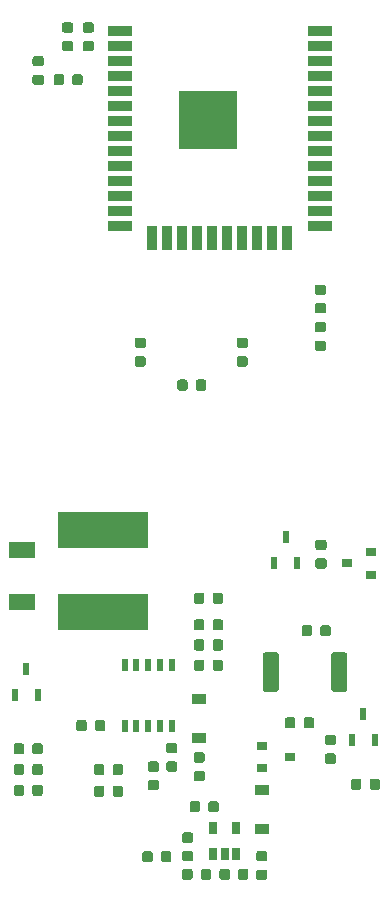
<source format=gbr>
G04 #@! TF.GenerationSoftware,KiCad,Pcbnew,(5.1.2)-2*
G04 #@! TF.CreationDate,2019-10-16T12:38:49+08:00*
G04 #@! TF.ProjectId,ESP32-Solar-Battery,45535033-322d-4536-9f6c-61722d426174,rev?*
G04 #@! TF.SameCoordinates,Original*
G04 #@! TF.FileFunction,Paste,Top*
G04 #@! TF.FilePolarity,Positive*
%FSLAX46Y46*%
G04 Gerber Fmt 4.6, Leading zero omitted, Abs format (unit mm)*
G04 Created by KiCad (PCBNEW (5.1.2)-2) date 2019-10-16 12:38:49*
%MOMM*%
%LPD*%
G04 APERTURE LIST*
%ADD10C,0.100000*%
%ADD11C,0.875000*%
%ADD12C,1.350000*%
%ADD13R,0.510000X1.100000*%
%ADD14R,0.650000X1.060000*%
%ADD15R,0.900000X0.800000*%
%ADD16R,7.700000X3.100000*%
%ADD17R,2.199640X1.399540*%
%ADD18R,1.200000X0.900000*%
%ADD19R,0.600000X1.050000*%
%ADD20R,2.000000X0.900000*%
%ADD21R,0.900000X2.000000*%
%ADD22R,5.000000X5.000000*%
G04 APERTURE END LIST*
D10*
G36*
X127307691Y-90763553D02*
G01*
X127328926Y-90766703D01*
X127349750Y-90771919D01*
X127369962Y-90779151D01*
X127389368Y-90788330D01*
X127407781Y-90799366D01*
X127425024Y-90812154D01*
X127440930Y-90826570D01*
X127455346Y-90842476D01*
X127468134Y-90859719D01*
X127479170Y-90878132D01*
X127488349Y-90897538D01*
X127495581Y-90917750D01*
X127500797Y-90938574D01*
X127503947Y-90959809D01*
X127505000Y-90981250D01*
X127505000Y-91418750D01*
X127503947Y-91440191D01*
X127500797Y-91461426D01*
X127495581Y-91482250D01*
X127488349Y-91502462D01*
X127479170Y-91521868D01*
X127468134Y-91540281D01*
X127455346Y-91557524D01*
X127440930Y-91573430D01*
X127425024Y-91587846D01*
X127407781Y-91600634D01*
X127389368Y-91611670D01*
X127369962Y-91620849D01*
X127349750Y-91628081D01*
X127328926Y-91633297D01*
X127307691Y-91636447D01*
X127286250Y-91637500D01*
X126773750Y-91637500D01*
X126752309Y-91636447D01*
X126731074Y-91633297D01*
X126710250Y-91628081D01*
X126690038Y-91620849D01*
X126670632Y-91611670D01*
X126652219Y-91600634D01*
X126634976Y-91587846D01*
X126619070Y-91573430D01*
X126604654Y-91557524D01*
X126591866Y-91540281D01*
X126580830Y-91521868D01*
X126571651Y-91502462D01*
X126564419Y-91482250D01*
X126559203Y-91461426D01*
X126556053Y-91440191D01*
X126555000Y-91418750D01*
X126555000Y-90981250D01*
X126556053Y-90959809D01*
X126559203Y-90938574D01*
X126564419Y-90917750D01*
X126571651Y-90897538D01*
X126580830Y-90878132D01*
X126591866Y-90859719D01*
X126604654Y-90842476D01*
X126619070Y-90826570D01*
X126634976Y-90812154D01*
X126652219Y-90799366D01*
X126670632Y-90788330D01*
X126690038Y-90779151D01*
X126710250Y-90771919D01*
X126731074Y-90766703D01*
X126752309Y-90763553D01*
X126773750Y-90762500D01*
X127286250Y-90762500D01*
X127307691Y-90763553D01*
X127307691Y-90763553D01*
G37*
D11*
X127030000Y-91200000D03*
D10*
G36*
X127307691Y-89188553D02*
G01*
X127328926Y-89191703D01*
X127349750Y-89196919D01*
X127369962Y-89204151D01*
X127389368Y-89213330D01*
X127407781Y-89224366D01*
X127425024Y-89237154D01*
X127440930Y-89251570D01*
X127455346Y-89267476D01*
X127468134Y-89284719D01*
X127479170Y-89303132D01*
X127488349Y-89322538D01*
X127495581Y-89342750D01*
X127500797Y-89363574D01*
X127503947Y-89384809D01*
X127505000Y-89406250D01*
X127505000Y-89843750D01*
X127503947Y-89865191D01*
X127500797Y-89886426D01*
X127495581Y-89907250D01*
X127488349Y-89927462D01*
X127479170Y-89946868D01*
X127468134Y-89965281D01*
X127455346Y-89982524D01*
X127440930Y-89998430D01*
X127425024Y-90012846D01*
X127407781Y-90025634D01*
X127389368Y-90036670D01*
X127369962Y-90045849D01*
X127349750Y-90053081D01*
X127328926Y-90058297D01*
X127307691Y-90061447D01*
X127286250Y-90062500D01*
X126773750Y-90062500D01*
X126752309Y-90061447D01*
X126731074Y-90058297D01*
X126710250Y-90053081D01*
X126690038Y-90045849D01*
X126670632Y-90036670D01*
X126652219Y-90025634D01*
X126634976Y-90012846D01*
X126619070Y-89998430D01*
X126604654Y-89982524D01*
X126591866Y-89965281D01*
X126580830Y-89946868D01*
X126571651Y-89927462D01*
X126564419Y-89907250D01*
X126559203Y-89886426D01*
X126556053Y-89865191D01*
X126555000Y-89843750D01*
X126555000Y-89406250D01*
X126556053Y-89384809D01*
X126559203Y-89363574D01*
X126564419Y-89342750D01*
X126571651Y-89322538D01*
X126580830Y-89303132D01*
X126591866Y-89284719D01*
X126604654Y-89267476D01*
X126619070Y-89251570D01*
X126634976Y-89237154D01*
X126652219Y-89224366D01*
X126670632Y-89213330D01*
X126690038Y-89204151D01*
X126710250Y-89196919D01*
X126731074Y-89191703D01*
X126752309Y-89188553D01*
X126773750Y-89187500D01*
X127286250Y-89187500D01*
X127307691Y-89188553D01*
X127307691Y-89188553D01*
G37*
D11*
X127030000Y-89625000D03*
D10*
G36*
X118677691Y-90763553D02*
G01*
X118698926Y-90766703D01*
X118719750Y-90771919D01*
X118739962Y-90779151D01*
X118759368Y-90788330D01*
X118777781Y-90799366D01*
X118795024Y-90812154D01*
X118810930Y-90826570D01*
X118825346Y-90842476D01*
X118838134Y-90859719D01*
X118849170Y-90878132D01*
X118858349Y-90897538D01*
X118865581Y-90917750D01*
X118870797Y-90938574D01*
X118873947Y-90959809D01*
X118875000Y-90981250D01*
X118875000Y-91418750D01*
X118873947Y-91440191D01*
X118870797Y-91461426D01*
X118865581Y-91482250D01*
X118858349Y-91502462D01*
X118849170Y-91521868D01*
X118838134Y-91540281D01*
X118825346Y-91557524D01*
X118810930Y-91573430D01*
X118795024Y-91587846D01*
X118777781Y-91600634D01*
X118759368Y-91611670D01*
X118739962Y-91620849D01*
X118719750Y-91628081D01*
X118698926Y-91633297D01*
X118677691Y-91636447D01*
X118656250Y-91637500D01*
X118143750Y-91637500D01*
X118122309Y-91636447D01*
X118101074Y-91633297D01*
X118080250Y-91628081D01*
X118060038Y-91620849D01*
X118040632Y-91611670D01*
X118022219Y-91600634D01*
X118004976Y-91587846D01*
X117989070Y-91573430D01*
X117974654Y-91557524D01*
X117961866Y-91540281D01*
X117950830Y-91521868D01*
X117941651Y-91502462D01*
X117934419Y-91482250D01*
X117929203Y-91461426D01*
X117926053Y-91440191D01*
X117925000Y-91418750D01*
X117925000Y-90981250D01*
X117926053Y-90959809D01*
X117929203Y-90938574D01*
X117934419Y-90917750D01*
X117941651Y-90897538D01*
X117950830Y-90878132D01*
X117961866Y-90859719D01*
X117974654Y-90842476D01*
X117989070Y-90826570D01*
X118004976Y-90812154D01*
X118022219Y-90799366D01*
X118040632Y-90788330D01*
X118060038Y-90779151D01*
X118080250Y-90771919D01*
X118101074Y-90766703D01*
X118122309Y-90763553D01*
X118143750Y-90762500D01*
X118656250Y-90762500D01*
X118677691Y-90763553D01*
X118677691Y-90763553D01*
G37*
D11*
X118400000Y-91200000D03*
D10*
G36*
X118677691Y-89188553D02*
G01*
X118698926Y-89191703D01*
X118719750Y-89196919D01*
X118739962Y-89204151D01*
X118759368Y-89213330D01*
X118777781Y-89224366D01*
X118795024Y-89237154D01*
X118810930Y-89251570D01*
X118825346Y-89267476D01*
X118838134Y-89284719D01*
X118849170Y-89303132D01*
X118858349Y-89322538D01*
X118865581Y-89342750D01*
X118870797Y-89363574D01*
X118873947Y-89384809D01*
X118875000Y-89406250D01*
X118875000Y-89843750D01*
X118873947Y-89865191D01*
X118870797Y-89886426D01*
X118865581Y-89907250D01*
X118858349Y-89927462D01*
X118849170Y-89946868D01*
X118838134Y-89965281D01*
X118825346Y-89982524D01*
X118810930Y-89998430D01*
X118795024Y-90012846D01*
X118777781Y-90025634D01*
X118759368Y-90036670D01*
X118739962Y-90045849D01*
X118719750Y-90053081D01*
X118698926Y-90058297D01*
X118677691Y-90061447D01*
X118656250Y-90062500D01*
X118143750Y-90062500D01*
X118122309Y-90061447D01*
X118101074Y-90058297D01*
X118080250Y-90053081D01*
X118060038Y-90045849D01*
X118040632Y-90036670D01*
X118022219Y-90025634D01*
X118004976Y-90012846D01*
X117989070Y-89998430D01*
X117974654Y-89982524D01*
X117961866Y-89965281D01*
X117950830Y-89946868D01*
X117941651Y-89927462D01*
X117934419Y-89907250D01*
X117929203Y-89886426D01*
X117926053Y-89865191D01*
X117925000Y-89843750D01*
X117925000Y-89406250D01*
X117926053Y-89384809D01*
X117929203Y-89363574D01*
X117934419Y-89342750D01*
X117941651Y-89322538D01*
X117950830Y-89303132D01*
X117961866Y-89284719D01*
X117974654Y-89267476D01*
X117989070Y-89251570D01*
X118004976Y-89237154D01*
X118022219Y-89224366D01*
X118040632Y-89213330D01*
X118060038Y-89204151D01*
X118080250Y-89196919D01*
X118101074Y-89191703D01*
X118122309Y-89188553D01*
X118143750Y-89187500D01*
X118656250Y-89187500D01*
X118677691Y-89188553D01*
X118677691Y-89188553D01*
G37*
D11*
X118400000Y-89625000D03*
D10*
G36*
X135699505Y-115826204D02*
G01*
X135723773Y-115829804D01*
X135747572Y-115835765D01*
X135770671Y-115844030D01*
X135792850Y-115854520D01*
X135813893Y-115867132D01*
X135833599Y-115881747D01*
X135851777Y-115898223D01*
X135868253Y-115916401D01*
X135882868Y-115936107D01*
X135895480Y-115957150D01*
X135905970Y-115979329D01*
X135914235Y-116002428D01*
X135920196Y-116026227D01*
X135923796Y-116050495D01*
X135925000Y-116074999D01*
X135925000Y-118925001D01*
X135923796Y-118949505D01*
X135920196Y-118973773D01*
X135914235Y-118997572D01*
X135905970Y-119020671D01*
X135895480Y-119042850D01*
X135882868Y-119063893D01*
X135868253Y-119083599D01*
X135851777Y-119101777D01*
X135833599Y-119118253D01*
X135813893Y-119132868D01*
X135792850Y-119145480D01*
X135770671Y-119155970D01*
X135747572Y-119164235D01*
X135723773Y-119170196D01*
X135699505Y-119173796D01*
X135675001Y-119175000D01*
X134824999Y-119175000D01*
X134800495Y-119173796D01*
X134776227Y-119170196D01*
X134752428Y-119164235D01*
X134729329Y-119155970D01*
X134707150Y-119145480D01*
X134686107Y-119132868D01*
X134666401Y-119118253D01*
X134648223Y-119101777D01*
X134631747Y-119083599D01*
X134617132Y-119063893D01*
X134604520Y-119042850D01*
X134594030Y-119020671D01*
X134585765Y-118997572D01*
X134579804Y-118973773D01*
X134576204Y-118949505D01*
X134575000Y-118925001D01*
X134575000Y-116074999D01*
X134576204Y-116050495D01*
X134579804Y-116026227D01*
X134585765Y-116002428D01*
X134594030Y-115979329D01*
X134604520Y-115957150D01*
X134617132Y-115936107D01*
X134631747Y-115916401D01*
X134648223Y-115898223D01*
X134666401Y-115881747D01*
X134686107Y-115867132D01*
X134707150Y-115854520D01*
X134729329Y-115844030D01*
X134752428Y-115835765D01*
X134776227Y-115829804D01*
X134800495Y-115826204D01*
X134824999Y-115825000D01*
X135675001Y-115825000D01*
X135699505Y-115826204D01*
X135699505Y-115826204D01*
G37*
D12*
X135250000Y-117500000D03*
D10*
G36*
X129899505Y-115826204D02*
G01*
X129923773Y-115829804D01*
X129947572Y-115835765D01*
X129970671Y-115844030D01*
X129992850Y-115854520D01*
X130013893Y-115867132D01*
X130033599Y-115881747D01*
X130051777Y-115898223D01*
X130068253Y-115916401D01*
X130082868Y-115936107D01*
X130095480Y-115957150D01*
X130105970Y-115979329D01*
X130114235Y-116002428D01*
X130120196Y-116026227D01*
X130123796Y-116050495D01*
X130125000Y-116074999D01*
X130125000Y-118925001D01*
X130123796Y-118949505D01*
X130120196Y-118973773D01*
X130114235Y-118997572D01*
X130105970Y-119020671D01*
X130095480Y-119042850D01*
X130082868Y-119063893D01*
X130068253Y-119083599D01*
X130051777Y-119101777D01*
X130033599Y-119118253D01*
X130013893Y-119132868D01*
X129992850Y-119145480D01*
X129970671Y-119155970D01*
X129947572Y-119164235D01*
X129923773Y-119170196D01*
X129899505Y-119173796D01*
X129875001Y-119175000D01*
X129024999Y-119175000D01*
X129000495Y-119173796D01*
X128976227Y-119170196D01*
X128952428Y-119164235D01*
X128929329Y-119155970D01*
X128907150Y-119145480D01*
X128886107Y-119132868D01*
X128866401Y-119118253D01*
X128848223Y-119101777D01*
X128831747Y-119083599D01*
X128817132Y-119063893D01*
X128804520Y-119042850D01*
X128794030Y-119020671D01*
X128785765Y-118997572D01*
X128779804Y-118973773D01*
X128776204Y-118949505D01*
X128775000Y-118925001D01*
X128775000Y-116074999D01*
X128776204Y-116050495D01*
X128779804Y-116026227D01*
X128785765Y-116002428D01*
X128794030Y-115979329D01*
X128804520Y-115957150D01*
X128817132Y-115936107D01*
X128831747Y-115916401D01*
X128848223Y-115898223D01*
X128866401Y-115881747D01*
X128886107Y-115867132D01*
X128907150Y-115854520D01*
X128929329Y-115844030D01*
X128952428Y-115835765D01*
X128976227Y-115829804D01*
X129000495Y-115826204D01*
X129024999Y-115825000D01*
X129875001Y-115825000D01*
X129899505Y-115826204D01*
X129899505Y-115826204D01*
G37*
D12*
X129450000Y-117500000D03*
D13*
X117072320Y-116924040D03*
X118072320Y-116924040D03*
X121072320Y-122024040D03*
X119072320Y-116924040D03*
X120072320Y-116924040D03*
X121072320Y-116924040D03*
X120072320Y-122024040D03*
X119072320Y-122024040D03*
X118072320Y-122024040D03*
X117072320Y-122024040D03*
D14*
X124597080Y-130669940D03*
X126497080Y-130669940D03*
X126497080Y-132869940D03*
X125547080Y-132869940D03*
X124597080Y-132869940D03*
D10*
G36*
X133922731Y-87863553D02*
G01*
X133943966Y-87866703D01*
X133964790Y-87871919D01*
X133985002Y-87879151D01*
X134004408Y-87888330D01*
X134022821Y-87899366D01*
X134040064Y-87912154D01*
X134055970Y-87926570D01*
X134070386Y-87942476D01*
X134083174Y-87959719D01*
X134094210Y-87978132D01*
X134103389Y-87997538D01*
X134110621Y-88017750D01*
X134115837Y-88038574D01*
X134118987Y-88059809D01*
X134120040Y-88081250D01*
X134120040Y-88518750D01*
X134118987Y-88540191D01*
X134115837Y-88561426D01*
X134110621Y-88582250D01*
X134103389Y-88602462D01*
X134094210Y-88621868D01*
X134083174Y-88640281D01*
X134070386Y-88657524D01*
X134055970Y-88673430D01*
X134040064Y-88687846D01*
X134022821Y-88700634D01*
X134004408Y-88711670D01*
X133985002Y-88720849D01*
X133964790Y-88728081D01*
X133943966Y-88733297D01*
X133922731Y-88736447D01*
X133901290Y-88737500D01*
X133388790Y-88737500D01*
X133367349Y-88736447D01*
X133346114Y-88733297D01*
X133325290Y-88728081D01*
X133305078Y-88720849D01*
X133285672Y-88711670D01*
X133267259Y-88700634D01*
X133250016Y-88687846D01*
X133234110Y-88673430D01*
X133219694Y-88657524D01*
X133206906Y-88640281D01*
X133195870Y-88621868D01*
X133186691Y-88602462D01*
X133179459Y-88582250D01*
X133174243Y-88561426D01*
X133171093Y-88540191D01*
X133170040Y-88518750D01*
X133170040Y-88081250D01*
X133171093Y-88059809D01*
X133174243Y-88038574D01*
X133179459Y-88017750D01*
X133186691Y-87997538D01*
X133195870Y-87978132D01*
X133206906Y-87959719D01*
X133219694Y-87942476D01*
X133234110Y-87926570D01*
X133250016Y-87912154D01*
X133267259Y-87899366D01*
X133285672Y-87888330D01*
X133305078Y-87879151D01*
X133325290Y-87871919D01*
X133346114Y-87866703D01*
X133367349Y-87863553D01*
X133388790Y-87862500D01*
X133901290Y-87862500D01*
X133922731Y-87863553D01*
X133922731Y-87863553D01*
G37*
D11*
X133645040Y-88300000D03*
D10*
G36*
X133922731Y-89438553D02*
G01*
X133943966Y-89441703D01*
X133964790Y-89446919D01*
X133985002Y-89454151D01*
X134004408Y-89463330D01*
X134022821Y-89474366D01*
X134040064Y-89487154D01*
X134055970Y-89501570D01*
X134070386Y-89517476D01*
X134083174Y-89534719D01*
X134094210Y-89553132D01*
X134103389Y-89572538D01*
X134110621Y-89592750D01*
X134115837Y-89613574D01*
X134118987Y-89634809D01*
X134120040Y-89656250D01*
X134120040Y-90093750D01*
X134118987Y-90115191D01*
X134115837Y-90136426D01*
X134110621Y-90157250D01*
X134103389Y-90177462D01*
X134094210Y-90196868D01*
X134083174Y-90215281D01*
X134070386Y-90232524D01*
X134055970Y-90248430D01*
X134040064Y-90262846D01*
X134022821Y-90275634D01*
X134004408Y-90286670D01*
X133985002Y-90295849D01*
X133964790Y-90303081D01*
X133943966Y-90308297D01*
X133922731Y-90311447D01*
X133901290Y-90312500D01*
X133388790Y-90312500D01*
X133367349Y-90311447D01*
X133346114Y-90308297D01*
X133325290Y-90303081D01*
X133305078Y-90295849D01*
X133285672Y-90286670D01*
X133267259Y-90275634D01*
X133250016Y-90262846D01*
X133234110Y-90248430D01*
X133219694Y-90232524D01*
X133206906Y-90215281D01*
X133195870Y-90196868D01*
X133186691Y-90177462D01*
X133179459Y-90157250D01*
X133174243Y-90136426D01*
X133171093Y-90115191D01*
X133170040Y-90093750D01*
X133170040Y-89656250D01*
X133171093Y-89634809D01*
X133174243Y-89613574D01*
X133179459Y-89592750D01*
X133186691Y-89572538D01*
X133195870Y-89553132D01*
X133206906Y-89534719D01*
X133219694Y-89517476D01*
X133234110Y-89501570D01*
X133250016Y-89487154D01*
X133267259Y-89474366D01*
X133285672Y-89463330D01*
X133305078Y-89454151D01*
X133325290Y-89446919D01*
X133346114Y-89441703D01*
X133367349Y-89438553D01*
X133388790Y-89437500D01*
X133901290Y-89437500D01*
X133922731Y-89438553D01*
X133922731Y-89438553D01*
G37*
D11*
X133645040Y-89875000D03*
D10*
G36*
X110027691Y-66909933D02*
G01*
X110048926Y-66913083D01*
X110069750Y-66918299D01*
X110089962Y-66925531D01*
X110109368Y-66934710D01*
X110127781Y-66945746D01*
X110145024Y-66958534D01*
X110160930Y-66972950D01*
X110175346Y-66988856D01*
X110188134Y-67006099D01*
X110199170Y-67024512D01*
X110208349Y-67043918D01*
X110215581Y-67064130D01*
X110220797Y-67084954D01*
X110223947Y-67106189D01*
X110225000Y-67127630D01*
X110225000Y-67565130D01*
X110223947Y-67586571D01*
X110220797Y-67607806D01*
X110215581Y-67628630D01*
X110208349Y-67648842D01*
X110199170Y-67668248D01*
X110188134Y-67686661D01*
X110175346Y-67703904D01*
X110160930Y-67719810D01*
X110145024Y-67734226D01*
X110127781Y-67747014D01*
X110109368Y-67758050D01*
X110089962Y-67767229D01*
X110069750Y-67774461D01*
X110048926Y-67779677D01*
X110027691Y-67782827D01*
X110006250Y-67783880D01*
X109493750Y-67783880D01*
X109472309Y-67782827D01*
X109451074Y-67779677D01*
X109430250Y-67774461D01*
X109410038Y-67767229D01*
X109390632Y-67758050D01*
X109372219Y-67747014D01*
X109354976Y-67734226D01*
X109339070Y-67719810D01*
X109324654Y-67703904D01*
X109311866Y-67686661D01*
X109300830Y-67668248D01*
X109291651Y-67648842D01*
X109284419Y-67628630D01*
X109279203Y-67607806D01*
X109276053Y-67586571D01*
X109275000Y-67565130D01*
X109275000Y-67127630D01*
X109276053Y-67106189D01*
X109279203Y-67084954D01*
X109284419Y-67064130D01*
X109291651Y-67043918D01*
X109300830Y-67024512D01*
X109311866Y-67006099D01*
X109324654Y-66988856D01*
X109339070Y-66972950D01*
X109354976Y-66958534D01*
X109372219Y-66945746D01*
X109390632Y-66934710D01*
X109410038Y-66925531D01*
X109430250Y-66918299D01*
X109451074Y-66913083D01*
X109472309Y-66909933D01*
X109493750Y-66908880D01*
X110006250Y-66908880D01*
X110027691Y-66909933D01*
X110027691Y-66909933D01*
G37*
D11*
X109750000Y-67346380D03*
D10*
G36*
X110027691Y-65334933D02*
G01*
X110048926Y-65338083D01*
X110069750Y-65343299D01*
X110089962Y-65350531D01*
X110109368Y-65359710D01*
X110127781Y-65370746D01*
X110145024Y-65383534D01*
X110160930Y-65397950D01*
X110175346Y-65413856D01*
X110188134Y-65431099D01*
X110199170Y-65449512D01*
X110208349Y-65468918D01*
X110215581Y-65489130D01*
X110220797Y-65509954D01*
X110223947Y-65531189D01*
X110225000Y-65552630D01*
X110225000Y-65990130D01*
X110223947Y-66011571D01*
X110220797Y-66032806D01*
X110215581Y-66053630D01*
X110208349Y-66073842D01*
X110199170Y-66093248D01*
X110188134Y-66111661D01*
X110175346Y-66128904D01*
X110160930Y-66144810D01*
X110145024Y-66159226D01*
X110127781Y-66172014D01*
X110109368Y-66183050D01*
X110089962Y-66192229D01*
X110069750Y-66199461D01*
X110048926Y-66204677D01*
X110027691Y-66207827D01*
X110006250Y-66208880D01*
X109493750Y-66208880D01*
X109472309Y-66207827D01*
X109451074Y-66204677D01*
X109430250Y-66199461D01*
X109410038Y-66192229D01*
X109390632Y-66183050D01*
X109372219Y-66172014D01*
X109354976Y-66159226D01*
X109339070Y-66144810D01*
X109324654Y-66128904D01*
X109311866Y-66111661D01*
X109300830Y-66093248D01*
X109291651Y-66073842D01*
X109284419Y-66053630D01*
X109279203Y-66032806D01*
X109276053Y-66011571D01*
X109275000Y-65990130D01*
X109275000Y-65552630D01*
X109276053Y-65531189D01*
X109279203Y-65509954D01*
X109284419Y-65489130D01*
X109291651Y-65468918D01*
X109300830Y-65449512D01*
X109311866Y-65431099D01*
X109324654Y-65413856D01*
X109339070Y-65397950D01*
X109354976Y-65383534D01*
X109372219Y-65370746D01*
X109390632Y-65359710D01*
X109410038Y-65350531D01*
X109430250Y-65343299D01*
X109451074Y-65338083D01*
X109472309Y-65334933D01*
X109493750Y-65333880D01*
X110006250Y-65333880D01*
X110027691Y-65334933D01*
X110027691Y-65334933D01*
G37*
D11*
X109750000Y-65771380D03*
D15*
X131096720Y-124700000D03*
X128696720Y-125650000D03*
X128696720Y-123750000D03*
D16*
X115250000Y-105500000D03*
X115250000Y-112400000D03*
D17*
X108410000Y-111569280D03*
X108410000Y-107170000D03*
D10*
G36*
X133922731Y-86263553D02*
G01*
X133943966Y-86266703D01*
X133964790Y-86271919D01*
X133985002Y-86279151D01*
X134004408Y-86288330D01*
X134022821Y-86299366D01*
X134040064Y-86312154D01*
X134055970Y-86326570D01*
X134070386Y-86342476D01*
X134083174Y-86359719D01*
X134094210Y-86378132D01*
X134103389Y-86397538D01*
X134110621Y-86417750D01*
X134115837Y-86438574D01*
X134118987Y-86459809D01*
X134120040Y-86481250D01*
X134120040Y-86918750D01*
X134118987Y-86940191D01*
X134115837Y-86961426D01*
X134110621Y-86982250D01*
X134103389Y-87002462D01*
X134094210Y-87021868D01*
X134083174Y-87040281D01*
X134070386Y-87057524D01*
X134055970Y-87073430D01*
X134040064Y-87087846D01*
X134022821Y-87100634D01*
X134004408Y-87111670D01*
X133985002Y-87120849D01*
X133964790Y-87128081D01*
X133943966Y-87133297D01*
X133922731Y-87136447D01*
X133901290Y-87137500D01*
X133388790Y-87137500D01*
X133367349Y-87136447D01*
X133346114Y-87133297D01*
X133325290Y-87128081D01*
X133305078Y-87120849D01*
X133285672Y-87111670D01*
X133267259Y-87100634D01*
X133250016Y-87087846D01*
X133234110Y-87073430D01*
X133219694Y-87057524D01*
X133206906Y-87040281D01*
X133195870Y-87021868D01*
X133186691Y-87002462D01*
X133179459Y-86982250D01*
X133174243Y-86961426D01*
X133171093Y-86940191D01*
X133170040Y-86918750D01*
X133170040Y-86481250D01*
X133171093Y-86459809D01*
X133174243Y-86438574D01*
X133179459Y-86417750D01*
X133186691Y-86397538D01*
X133195870Y-86378132D01*
X133206906Y-86359719D01*
X133219694Y-86342476D01*
X133234110Y-86326570D01*
X133250016Y-86312154D01*
X133267259Y-86299366D01*
X133285672Y-86288330D01*
X133305078Y-86279151D01*
X133325290Y-86271919D01*
X133346114Y-86266703D01*
X133367349Y-86263553D01*
X133388790Y-86262500D01*
X133901290Y-86262500D01*
X133922731Y-86263553D01*
X133922731Y-86263553D01*
G37*
D11*
X133645040Y-86700000D03*
D10*
G36*
X133922731Y-84688553D02*
G01*
X133943966Y-84691703D01*
X133964790Y-84696919D01*
X133985002Y-84704151D01*
X134004408Y-84713330D01*
X134022821Y-84724366D01*
X134040064Y-84737154D01*
X134055970Y-84751570D01*
X134070386Y-84767476D01*
X134083174Y-84784719D01*
X134094210Y-84803132D01*
X134103389Y-84822538D01*
X134110621Y-84842750D01*
X134115837Y-84863574D01*
X134118987Y-84884809D01*
X134120040Y-84906250D01*
X134120040Y-85343750D01*
X134118987Y-85365191D01*
X134115837Y-85386426D01*
X134110621Y-85407250D01*
X134103389Y-85427462D01*
X134094210Y-85446868D01*
X134083174Y-85465281D01*
X134070386Y-85482524D01*
X134055970Y-85498430D01*
X134040064Y-85512846D01*
X134022821Y-85525634D01*
X134004408Y-85536670D01*
X133985002Y-85545849D01*
X133964790Y-85553081D01*
X133943966Y-85558297D01*
X133922731Y-85561447D01*
X133901290Y-85562500D01*
X133388790Y-85562500D01*
X133367349Y-85561447D01*
X133346114Y-85558297D01*
X133325290Y-85553081D01*
X133305078Y-85545849D01*
X133285672Y-85536670D01*
X133267259Y-85525634D01*
X133250016Y-85512846D01*
X133234110Y-85498430D01*
X133219694Y-85482524D01*
X133206906Y-85465281D01*
X133195870Y-85446868D01*
X133186691Y-85427462D01*
X133179459Y-85407250D01*
X133174243Y-85386426D01*
X133171093Y-85365191D01*
X133170040Y-85343750D01*
X133170040Y-84906250D01*
X133171093Y-84884809D01*
X133174243Y-84863574D01*
X133179459Y-84842750D01*
X133186691Y-84822538D01*
X133195870Y-84803132D01*
X133206906Y-84784719D01*
X133219694Y-84767476D01*
X133234110Y-84751570D01*
X133250016Y-84737154D01*
X133267259Y-84724366D01*
X133285672Y-84713330D01*
X133305078Y-84704151D01*
X133325290Y-84696919D01*
X133346114Y-84691703D01*
X133367349Y-84688553D01*
X133388790Y-84687500D01*
X133901290Y-84687500D01*
X133922731Y-84688553D01*
X133922731Y-84688553D01*
G37*
D11*
X133645040Y-85125000D03*
D18*
X123390320Y-119750000D03*
X123390320Y-123050000D03*
X128696720Y-127500000D03*
X128696720Y-130800000D03*
D10*
G36*
X133977691Y-107863553D02*
G01*
X133998926Y-107866703D01*
X134019750Y-107871919D01*
X134039962Y-107879151D01*
X134059368Y-107888330D01*
X134077781Y-107899366D01*
X134095024Y-107912154D01*
X134110930Y-107926570D01*
X134125346Y-107942476D01*
X134138134Y-107959719D01*
X134149170Y-107978132D01*
X134158349Y-107997538D01*
X134165581Y-108017750D01*
X134170797Y-108038574D01*
X134173947Y-108059809D01*
X134175000Y-108081250D01*
X134175000Y-108518750D01*
X134173947Y-108540191D01*
X134170797Y-108561426D01*
X134165581Y-108582250D01*
X134158349Y-108602462D01*
X134149170Y-108621868D01*
X134138134Y-108640281D01*
X134125346Y-108657524D01*
X134110930Y-108673430D01*
X134095024Y-108687846D01*
X134077781Y-108700634D01*
X134059368Y-108711670D01*
X134039962Y-108720849D01*
X134019750Y-108728081D01*
X133998926Y-108733297D01*
X133977691Y-108736447D01*
X133956250Y-108737500D01*
X133443750Y-108737500D01*
X133422309Y-108736447D01*
X133401074Y-108733297D01*
X133380250Y-108728081D01*
X133360038Y-108720849D01*
X133340632Y-108711670D01*
X133322219Y-108700634D01*
X133304976Y-108687846D01*
X133289070Y-108673430D01*
X133274654Y-108657524D01*
X133261866Y-108640281D01*
X133250830Y-108621868D01*
X133241651Y-108602462D01*
X133234419Y-108582250D01*
X133229203Y-108561426D01*
X133226053Y-108540191D01*
X133225000Y-108518750D01*
X133225000Y-108081250D01*
X133226053Y-108059809D01*
X133229203Y-108038574D01*
X133234419Y-108017750D01*
X133241651Y-107997538D01*
X133250830Y-107978132D01*
X133261866Y-107959719D01*
X133274654Y-107942476D01*
X133289070Y-107926570D01*
X133304976Y-107912154D01*
X133322219Y-107899366D01*
X133340632Y-107888330D01*
X133360038Y-107879151D01*
X133380250Y-107871919D01*
X133401074Y-107866703D01*
X133422309Y-107863553D01*
X133443750Y-107862500D01*
X133956250Y-107862500D01*
X133977691Y-107863553D01*
X133977691Y-107863553D01*
G37*
D11*
X133700000Y-108300000D03*
D10*
G36*
X133977691Y-106288553D02*
G01*
X133998926Y-106291703D01*
X134019750Y-106296919D01*
X134039962Y-106304151D01*
X134059368Y-106313330D01*
X134077781Y-106324366D01*
X134095024Y-106337154D01*
X134110930Y-106351570D01*
X134125346Y-106367476D01*
X134138134Y-106384719D01*
X134149170Y-106403132D01*
X134158349Y-106422538D01*
X134165581Y-106442750D01*
X134170797Y-106463574D01*
X134173947Y-106484809D01*
X134175000Y-106506250D01*
X134175000Y-106943750D01*
X134173947Y-106965191D01*
X134170797Y-106986426D01*
X134165581Y-107007250D01*
X134158349Y-107027462D01*
X134149170Y-107046868D01*
X134138134Y-107065281D01*
X134125346Y-107082524D01*
X134110930Y-107098430D01*
X134095024Y-107112846D01*
X134077781Y-107125634D01*
X134059368Y-107136670D01*
X134039962Y-107145849D01*
X134019750Y-107153081D01*
X133998926Y-107158297D01*
X133977691Y-107161447D01*
X133956250Y-107162500D01*
X133443750Y-107162500D01*
X133422309Y-107161447D01*
X133401074Y-107158297D01*
X133380250Y-107153081D01*
X133360038Y-107145849D01*
X133340632Y-107136670D01*
X133322219Y-107125634D01*
X133304976Y-107112846D01*
X133289070Y-107098430D01*
X133274654Y-107082524D01*
X133261866Y-107065281D01*
X133250830Y-107046868D01*
X133241651Y-107027462D01*
X133234419Y-107007250D01*
X133229203Y-106986426D01*
X133226053Y-106965191D01*
X133225000Y-106943750D01*
X133225000Y-106506250D01*
X133226053Y-106484809D01*
X133229203Y-106463574D01*
X133234419Y-106442750D01*
X133241651Y-106422538D01*
X133250830Y-106403132D01*
X133261866Y-106384719D01*
X133274654Y-106367476D01*
X133289070Y-106351570D01*
X133304976Y-106337154D01*
X133322219Y-106324366D01*
X133340632Y-106313330D01*
X133360038Y-106304151D01*
X133380250Y-106296919D01*
X133401074Y-106291703D01*
X133422309Y-106288553D01*
X133443750Y-106287500D01*
X133956250Y-106287500D01*
X133977691Y-106288553D01*
X133977691Y-106288553D01*
G37*
D11*
X133700000Y-106725000D03*
D10*
G36*
X120826691Y-132655073D02*
G01*
X120847926Y-132658223D01*
X120868750Y-132663439D01*
X120888962Y-132670671D01*
X120908368Y-132679850D01*
X120926781Y-132690886D01*
X120944024Y-132703674D01*
X120959930Y-132718090D01*
X120974346Y-132733996D01*
X120987134Y-132751239D01*
X120998170Y-132769652D01*
X121007349Y-132789058D01*
X121014581Y-132809270D01*
X121019797Y-132830094D01*
X121022947Y-132851329D01*
X121024000Y-132872770D01*
X121024000Y-133385270D01*
X121022947Y-133406711D01*
X121019797Y-133427946D01*
X121014581Y-133448770D01*
X121007349Y-133468982D01*
X120998170Y-133488388D01*
X120987134Y-133506801D01*
X120974346Y-133524044D01*
X120959930Y-133539950D01*
X120944024Y-133554366D01*
X120926781Y-133567154D01*
X120908368Y-133578190D01*
X120888962Y-133587369D01*
X120868750Y-133594601D01*
X120847926Y-133599817D01*
X120826691Y-133602967D01*
X120805250Y-133604020D01*
X120367750Y-133604020D01*
X120346309Y-133602967D01*
X120325074Y-133599817D01*
X120304250Y-133594601D01*
X120284038Y-133587369D01*
X120264632Y-133578190D01*
X120246219Y-133567154D01*
X120228976Y-133554366D01*
X120213070Y-133539950D01*
X120198654Y-133524044D01*
X120185866Y-133506801D01*
X120174830Y-133488388D01*
X120165651Y-133468982D01*
X120158419Y-133448770D01*
X120153203Y-133427946D01*
X120150053Y-133406711D01*
X120149000Y-133385270D01*
X120149000Y-132872770D01*
X120150053Y-132851329D01*
X120153203Y-132830094D01*
X120158419Y-132809270D01*
X120165651Y-132789058D01*
X120174830Y-132769652D01*
X120185866Y-132751239D01*
X120198654Y-132733996D01*
X120213070Y-132718090D01*
X120228976Y-132703674D01*
X120246219Y-132690886D01*
X120264632Y-132679850D01*
X120284038Y-132670671D01*
X120304250Y-132663439D01*
X120325074Y-132658223D01*
X120346309Y-132655073D01*
X120367750Y-132654020D01*
X120805250Y-132654020D01*
X120826691Y-132655073D01*
X120826691Y-132655073D01*
G37*
D11*
X120586500Y-133129020D03*
D10*
G36*
X119251691Y-132655073D02*
G01*
X119272926Y-132658223D01*
X119293750Y-132663439D01*
X119313962Y-132670671D01*
X119333368Y-132679850D01*
X119351781Y-132690886D01*
X119369024Y-132703674D01*
X119384930Y-132718090D01*
X119399346Y-132733996D01*
X119412134Y-132751239D01*
X119423170Y-132769652D01*
X119432349Y-132789058D01*
X119439581Y-132809270D01*
X119444797Y-132830094D01*
X119447947Y-132851329D01*
X119449000Y-132872770D01*
X119449000Y-133385270D01*
X119447947Y-133406711D01*
X119444797Y-133427946D01*
X119439581Y-133448770D01*
X119432349Y-133468982D01*
X119423170Y-133488388D01*
X119412134Y-133506801D01*
X119399346Y-133524044D01*
X119384930Y-133539950D01*
X119369024Y-133554366D01*
X119351781Y-133567154D01*
X119333368Y-133578190D01*
X119313962Y-133587369D01*
X119293750Y-133594601D01*
X119272926Y-133599817D01*
X119251691Y-133602967D01*
X119230250Y-133604020D01*
X118792750Y-133604020D01*
X118771309Y-133602967D01*
X118750074Y-133599817D01*
X118729250Y-133594601D01*
X118709038Y-133587369D01*
X118689632Y-133578190D01*
X118671219Y-133567154D01*
X118653976Y-133554366D01*
X118638070Y-133539950D01*
X118623654Y-133524044D01*
X118610866Y-133506801D01*
X118599830Y-133488388D01*
X118590651Y-133468982D01*
X118583419Y-133448770D01*
X118578203Y-133427946D01*
X118575053Y-133406711D01*
X118574000Y-133385270D01*
X118574000Y-132872770D01*
X118575053Y-132851329D01*
X118578203Y-132830094D01*
X118583419Y-132809270D01*
X118590651Y-132789058D01*
X118599830Y-132769652D01*
X118610866Y-132751239D01*
X118623654Y-132733996D01*
X118638070Y-132718090D01*
X118653976Y-132703674D01*
X118671219Y-132690886D01*
X118689632Y-132679850D01*
X118709038Y-132670671D01*
X118729250Y-132663439D01*
X118750074Y-132658223D01*
X118771309Y-132655073D01*
X118792750Y-132654020D01*
X119230250Y-132654020D01*
X119251691Y-132655073D01*
X119251691Y-132655073D01*
G37*
D11*
X119011500Y-133129020D03*
D10*
G36*
X112527691Y-62489933D02*
G01*
X112548926Y-62493083D01*
X112569750Y-62498299D01*
X112589962Y-62505531D01*
X112609368Y-62514710D01*
X112627781Y-62525746D01*
X112645024Y-62538534D01*
X112660930Y-62552950D01*
X112675346Y-62568856D01*
X112688134Y-62586099D01*
X112699170Y-62604512D01*
X112708349Y-62623918D01*
X112715581Y-62644130D01*
X112720797Y-62664954D01*
X112723947Y-62686189D01*
X112725000Y-62707630D01*
X112725000Y-63145130D01*
X112723947Y-63166571D01*
X112720797Y-63187806D01*
X112715581Y-63208630D01*
X112708349Y-63228842D01*
X112699170Y-63248248D01*
X112688134Y-63266661D01*
X112675346Y-63283904D01*
X112660930Y-63299810D01*
X112645024Y-63314226D01*
X112627781Y-63327014D01*
X112609368Y-63338050D01*
X112589962Y-63347229D01*
X112569750Y-63354461D01*
X112548926Y-63359677D01*
X112527691Y-63362827D01*
X112506250Y-63363880D01*
X111993750Y-63363880D01*
X111972309Y-63362827D01*
X111951074Y-63359677D01*
X111930250Y-63354461D01*
X111910038Y-63347229D01*
X111890632Y-63338050D01*
X111872219Y-63327014D01*
X111854976Y-63314226D01*
X111839070Y-63299810D01*
X111824654Y-63283904D01*
X111811866Y-63266661D01*
X111800830Y-63248248D01*
X111791651Y-63228842D01*
X111784419Y-63208630D01*
X111779203Y-63187806D01*
X111776053Y-63166571D01*
X111775000Y-63145130D01*
X111775000Y-62707630D01*
X111776053Y-62686189D01*
X111779203Y-62664954D01*
X111784419Y-62644130D01*
X111791651Y-62623918D01*
X111800830Y-62604512D01*
X111811866Y-62586099D01*
X111824654Y-62568856D01*
X111839070Y-62552950D01*
X111854976Y-62538534D01*
X111872219Y-62525746D01*
X111890632Y-62514710D01*
X111910038Y-62505531D01*
X111930250Y-62498299D01*
X111951074Y-62493083D01*
X111972309Y-62489933D01*
X111993750Y-62488880D01*
X112506250Y-62488880D01*
X112527691Y-62489933D01*
X112527691Y-62489933D01*
G37*
D11*
X112250000Y-62926380D03*
D10*
G36*
X112527691Y-64064933D02*
G01*
X112548926Y-64068083D01*
X112569750Y-64073299D01*
X112589962Y-64080531D01*
X112609368Y-64089710D01*
X112627781Y-64100746D01*
X112645024Y-64113534D01*
X112660930Y-64127950D01*
X112675346Y-64143856D01*
X112688134Y-64161099D01*
X112699170Y-64179512D01*
X112708349Y-64198918D01*
X112715581Y-64219130D01*
X112720797Y-64239954D01*
X112723947Y-64261189D01*
X112725000Y-64282630D01*
X112725000Y-64720130D01*
X112723947Y-64741571D01*
X112720797Y-64762806D01*
X112715581Y-64783630D01*
X112708349Y-64803842D01*
X112699170Y-64823248D01*
X112688134Y-64841661D01*
X112675346Y-64858904D01*
X112660930Y-64874810D01*
X112645024Y-64889226D01*
X112627781Y-64902014D01*
X112609368Y-64913050D01*
X112589962Y-64922229D01*
X112569750Y-64929461D01*
X112548926Y-64934677D01*
X112527691Y-64937827D01*
X112506250Y-64938880D01*
X111993750Y-64938880D01*
X111972309Y-64937827D01*
X111951074Y-64934677D01*
X111930250Y-64929461D01*
X111910038Y-64922229D01*
X111890632Y-64913050D01*
X111872219Y-64902014D01*
X111854976Y-64889226D01*
X111839070Y-64874810D01*
X111824654Y-64858904D01*
X111811866Y-64841661D01*
X111800830Y-64823248D01*
X111791651Y-64803842D01*
X111784419Y-64783630D01*
X111779203Y-64762806D01*
X111776053Y-64741571D01*
X111775000Y-64720130D01*
X111775000Y-64282630D01*
X111776053Y-64261189D01*
X111779203Y-64239954D01*
X111784419Y-64219130D01*
X111791651Y-64198918D01*
X111800830Y-64179512D01*
X111811866Y-64161099D01*
X111824654Y-64143856D01*
X111839070Y-64127950D01*
X111854976Y-64113534D01*
X111872219Y-64100746D01*
X111890632Y-64089710D01*
X111910038Y-64080531D01*
X111930250Y-64073299D01*
X111951074Y-64068083D01*
X111972309Y-64064933D01*
X111993750Y-64063880D01*
X112506250Y-64063880D01*
X112527691Y-64064933D01*
X112527691Y-64064933D01*
G37*
D11*
X112250000Y-64501380D03*
D10*
G36*
X114277691Y-62489933D02*
G01*
X114298926Y-62493083D01*
X114319750Y-62498299D01*
X114339962Y-62505531D01*
X114359368Y-62514710D01*
X114377781Y-62525746D01*
X114395024Y-62538534D01*
X114410930Y-62552950D01*
X114425346Y-62568856D01*
X114438134Y-62586099D01*
X114449170Y-62604512D01*
X114458349Y-62623918D01*
X114465581Y-62644130D01*
X114470797Y-62664954D01*
X114473947Y-62686189D01*
X114475000Y-62707630D01*
X114475000Y-63145130D01*
X114473947Y-63166571D01*
X114470797Y-63187806D01*
X114465581Y-63208630D01*
X114458349Y-63228842D01*
X114449170Y-63248248D01*
X114438134Y-63266661D01*
X114425346Y-63283904D01*
X114410930Y-63299810D01*
X114395024Y-63314226D01*
X114377781Y-63327014D01*
X114359368Y-63338050D01*
X114339962Y-63347229D01*
X114319750Y-63354461D01*
X114298926Y-63359677D01*
X114277691Y-63362827D01*
X114256250Y-63363880D01*
X113743750Y-63363880D01*
X113722309Y-63362827D01*
X113701074Y-63359677D01*
X113680250Y-63354461D01*
X113660038Y-63347229D01*
X113640632Y-63338050D01*
X113622219Y-63327014D01*
X113604976Y-63314226D01*
X113589070Y-63299810D01*
X113574654Y-63283904D01*
X113561866Y-63266661D01*
X113550830Y-63248248D01*
X113541651Y-63228842D01*
X113534419Y-63208630D01*
X113529203Y-63187806D01*
X113526053Y-63166571D01*
X113525000Y-63145130D01*
X113525000Y-62707630D01*
X113526053Y-62686189D01*
X113529203Y-62664954D01*
X113534419Y-62644130D01*
X113541651Y-62623918D01*
X113550830Y-62604512D01*
X113561866Y-62586099D01*
X113574654Y-62568856D01*
X113589070Y-62552950D01*
X113604976Y-62538534D01*
X113622219Y-62525746D01*
X113640632Y-62514710D01*
X113660038Y-62505531D01*
X113680250Y-62498299D01*
X113701074Y-62493083D01*
X113722309Y-62489933D01*
X113743750Y-62488880D01*
X114256250Y-62488880D01*
X114277691Y-62489933D01*
X114277691Y-62489933D01*
G37*
D11*
X114000000Y-62926380D03*
D10*
G36*
X114277691Y-64064933D02*
G01*
X114298926Y-64068083D01*
X114319750Y-64073299D01*
X114339962Y-64080531D01*
X114359368Y-64089710D01*
X114377781Y-64100746D01*
X114395024Y-64113534D01*
X114410930Y-64127950D01*
X114425346Y-64143856D01*
X114438134Y-64161099D01*
X114449170Y-64179512D01*
X114458349Y-64198918D01*
X114465581Y-64219130D01*
X114470797Y-64239954D01*
X114473947Y-64261189D01*
X114475000Y-64282630D01*
X114475000Y-64720130D01*
X114473947Y-64741571D01*
X114470797Y-64762806D01*
X114465581Y-64783630D01*
X114458349Y-64803842D01*
X114449170Y-64823248D01*
X114438134Y-64841661D01*
X114425346Y-64858904D01*
X114410930Y-64874810D01*
X114395024Y-64889226D01*
X114377781Y-64902014D01*
X114359368Y-64913050D01*
X114339962Y-64922229D01*
X114319750Y-64929461D01*
X114298926Y-64934677D01*
X114277691Y-64937827D01*
X114256250Y-64938880D01*
X113743750Y-64938880D01*
X113722309Y-64937827D01*
X113701074Y-64934677D01*
X113680250Y-64929461D01*
X113660038Y-64922229D01*
X113640632Y-64913050D01*
X113622219Y-64902014D01*
X113604976Y-64889226D01*
X113589070Y-64874810D01*
X113574654Y-64858904D01*
X113561866Y-64841661D01*
X113550830Y-64823248D01*
X113541651Y-64803842D01*
X113534419Y-64783630D01*
X113529203Y-64762806D01*
X113526053Y-64741571D01*
X113525000Y-64720130D01*
X113525000Y-64282630D01*
X113526053Y-64261189D01*
X113529203Y-64239954D01*
X113534419Y-64219130D01*
X113541651Y-64198918D01*
X113550830Y-64179512D01*
X113561866Y-64161099D01*
X113574654Y-64143856D01*
X113589070Y-64127950D01*
X113604976Y-64113534D01*
X113622219Y-64100746D01*
X113640632Y-64089710D01*
X113660038Y-64080531D01*
X113680250Y-64073299D01*
X113701074Y-64068083D01*
X113722309Y-64064933D01*
X113743750Y-64063880D01*
X114256250Y-64063880D01*
X114277691Y-64064933D01*
X114277691Y-64064933D01*
G37*
D11*
X114000000Y-64501380D03*
D10*
G36*
X113315191Y-66872433D02*
G01*
X113336426Y-66875583D01*
X113357250Y-66880799D01*
X113377462Y-66888031D01*
X113396868Y-66897210D01*
X113415281Y-66908246D01*
X113432524Y-66921034D01*
X113448430Y-66935450D01*
X113462846Y-66951356D01*
X113475634Y-66968599D01*
X113486670Y-66987012D01*
X113495849Y-67006418D01*
X113503081Y-67026630D01*
X113508297Y-67047454D01*
X113511447Y-67068689D01*
X113512500Y-67090130D01*
X113512500Y-67602630D01*
X113511447Y-67624071D01*
X113508297Y-67645306D01*
X113503081Y-67666130D01*
X113495849Y-67686342D01*
X113486670Y-67705748D01*
X113475634Y-67724161D01*
X113462846Y-67741404D01*
X113448430Y-67757310D01*
X113432524Y-67771726D01*
X113415281Y-67784514D01*
X113396868Y-67795550D01*
X113377462Y-67804729D01*
X113357250Y-67811961D01*
X113336426Y-67817177D01*
X113315191Y-67820327D01*
X113293750Y-67821380D01*
X112856250Y-67821380D01*
X112834809Y-67820327D01*
X112813574Y-67817177D01*
X112792750Y-67811961D01*
X112772538Y-67804729D01*
X112753132Y-67795550D01*
X112734719Y-67784514D01*
X112717476Y-67771726D01*
X112701570Y-67757310D01*
X112687154Y-67741404D01*
X112674366Y-67724161D01*
X112663330Y-67705748D01*
X112654151Y-67686342D01*
X112646919Y-67666130D01*
X112641703Y-67645306D01*
X112638553Y-67624071D01*
X112637500Y-67602630D01*
X112637500Y-67090130D01*
X112638553Y-67068689D01*
X112641703Y-67047454D01*
X112646919Y-67026630D01*
X112654151Y-67006418D01*
X112663330Y-66987012D01*
X112674366Y-66968599D01*
X112687154Y-66951356D01*
X112701570Y-66935450D01*
X112717476Y-66921034D01*
X112734719Y-66908246D01*
X112753132Y-66897210D01*
X112772538Y-66888031D01*
X112792750Y-66880799D01*
X112813574Y-66875583D01*
X112834809Y-66872433D01*
X112856250Y-66871380D01*
X113293750Y-66871380D01*
X113315191Y-66872433D01*
X113315191Y-66872433D01*
G37*
D11*
X113075000Y-67346380D03*
D10*
G36*
X111740191Y-66872433D02*
G01*
X111761426Y-66875583D01*
X111782250Y-66880799D01*
X111802462Y-66888031D01*
X111821868Y-66897210D01*
X111840281Y-66908246D01*
X111857524Y-66921034D01*
X111873430Y-66935450D01*
X111887846Y-66951356D01*
X111900634Y-66968599D01*
X111911670Y-66987012D01*
X111920849Y-67006418D01*
X111928081Y-67026630D01*
X111933297Y-67047454D01*
X111936447Y-67068689D01*
X111937500Y-67090130D01*
X111937500Y-67602630D01*
X111936447Y-67624071D01*
X111933297Y-67645306D01*
X111928081Y-67666130D01*
X111920849Y-67686342D01*
X111911670Y-67705748D01*
X111900634Y-67724161D01*
X111887846Y-67741404D01*
X111873430Y-67757310D01*
X111857524Y-67771726D01*
X111840281Y-67784514D01*
X111821868Y-67795550D01*
X111802462Y-67804729D01*
X111782250Y-67811961D01*
X111761426Y-67817177D01*
X111740191Y-67820327D01*
X111718750Y-67821380D01*
X111281250Y-67821380D01*
X111259809Y-67820327D01*
X111238574Y-67817177D01*
X111217750Y-67811961D01*
X111197538Y-67804729D01*
X111178132Y-67795550D01*
X111159719Y-67784514D01*
X111142476Y-67771726D01*
X111126570Y-67757310D01*
X111112154Y-67741404D01*
X111099366Y-67724161D01*
X111088330Y-67705748D01*
X111079151Y-67686342D01*
X111071919Y-67666130D01*
X111066703Y-67645306D01*
X111063553Y-67624071D01*
X111062500Y-67602630D01*
X111062500Y-67090130D01*
X111063553Y-67068689D01*
X111066703Y-67047454D01*
X111071919Y-67026630D01*
X111079151Y-67006418D01*
X111088330Y-66987012D01*
X111099366Y-66968599D01*
X111112154Y-66951356D01*
X111126570Y-66935450D01*
X111142476Y-66921034D01*
X111159719Y-66908246D01*
X111178132Y-66897210D01*
X111197538Y-66888031D01*
X111217750Y-66880799D01*
X111238574Y-66875583D01*
X111259809Y-66872433D01*
X111281250Y-66871380D01*
X111718750Y-66871380D01*
X111740191Y-66872433D01*
X111740191Y-66872433D01*
G37*
D11*
X111500000Y-67346380D03*
D10*
G36*
X134777691Y-122813553D02*
G01*
X134798926Y-122816703D01*
X134819750Y-122821919D01*
X134839962Y-122829151D01*
X134859368Y-122838330D01*
X134877781Y-122849366D01*
X134895024Y-122862154D01*
X134910930Y-122876570D01*
X134925346Y-122892476D01*
X134938134Y-122909719D01*
X134949170Y-122928132D01*
X134958349Y-122947538D01*
X134965581Y-122967750D01*
X134970797Y-122988574D01*
X134973947Y-123009809D01*
X134975000Y-123031250D01*
X134975000Y-123468750D01*
X134973947Y-123490191D01*
X134970797Y-123511426D01*
X134965581Y-123532250D01*
X134958349Y-123552462D01*
X134949170Y-123571868D01*
X134938134Y-123590281D01*
X134925346Y-123607524D01*
X134910930Y-123623430D01*
X134895024Y-123637846D01*
X134877781Y-123650634D01*
X134859368Y-123661670D01*
X134839962Y-123670849D01*
X134819750Y-123678081D01*
X134798926Y-123683297D01*
X134777691Y-123686447D01*
X134756250Y-123687500D01*
X134243750Y-123687500D01*
X134222309Y-123686447D01*
X134201074Y-123683297D01*
X134180250Y-123678081D01*
X134160038Y-123670849D01*
X134140632Y-123661670D01*
X134122219Y-123650634D01*
X134104976Y-123637846D01*
X134089070Y-123623430D01*
X134074654Y-123607524D01*
X134061866Y-123590281D01*
X134050830Y-123571868D01*
X134041651Y-123552462D01*
X134034419Y-123532250D01*
X134029203Y-123511426D01*
X134026053Y-123490191D01*
X134025000Y-123468750D01*
X134025000Y-123031250D01*
X134026053Y-123009809D01*
X134029203Y-122988574D01*
X134034419Y-122967750D01*
X134041651Y-122947538D01*
X134050830Y-122928132D01*
X134061866Y-122909719D01*
X134074654Y-122892476D01*
X134089070Y-122876570D01*
X134104976Y-122862154D01*
X134122219Y-122849366D01*
X134140632Y-122838330D01*
X134160038Y-122829151D01*
X134180250Y-122821919D01*
X134201074Y-122816703D01*
X134222309Y-122813553D01*
X134243750Y-122812500D01*
X134756250Y-122812500D01*
X134777691Y-122813553D01*
X134777691Y-122813553D01*
G37*
D11*
X134500000Y-123250000D03*
D10*
G36*
X134777691Y-124388553D02*
G01*
X134798926Y-124391703D01*
X134819750Y-124396919D01*
X134839962Y-124404151D01*
X134859368Y-124413330D01*
X134877781Y-124424366D01*
X134895024Y-124437154D01*
X134910930Y-124451570D01*
X134925346Y-124467476D01*
X134938134Y-124484719D01*
X134949170Y-124503132D01*
X134958349Y-124522538D01*
X134965581Y-124542750D01*
X134970797Y-124563574D01*
X134973947Y-124584809D01*
X134975000Y-124606250D01*
X134975000Y-125043750D01*
X134973947Y-125065191D01*
X134970797Y-125086426D01*
X134965581Y-125107250D01*
X134958349Y-125127462D01*
X134949170Y-125146868D01*
X134938134Y-125165281D01*
X134925346Y-125182524D01*
X134910930Y-125198430D01*
X134895024Y-125212846D01*
X134877781Y-125225634D01*
X134859368Y-125236670D01*
X134839962Y-125245849D01*
X134819750Y-125253081D01*
X134798926Y-125258297D01*
X134777691Y-125261447D01*
X134756250Y-125262500D01*
X134243750Y-125262500D01*
X134222309Y-125261447D01*
X134201074Y-125258297D01*
X134180250Y-125253081D01*
X134160038Y-125245849D01*
X134140632Y-125236670D01*
X134122219Y-125225634D01*
X134104976Y-125212846D01*
X134089070Y-125198430D01*
X134074654Y-125182524D01*
X134061866Y-125165281D01*
X134050830Y-125146868D01*
X134041651Y-125127462D01*
X134034419Y-125107250D01*
X134029203Y-125086426D01*
X134026053Y-125065191D01*
X134025000Y-125043750D01*
X134025000Y-124606250D01*
X134026053Y-124584809D01*
X134029203Y-124563574D01*
X134034419Y-124542750D01*
X134041651Y-124522538D01*
X134050830Y-124503132D01*
X134061866Y-124484719D01*
X134074654Y-124467476D01*
X134089070Y-124451570D01*
X134104976Y-124437154D01*
X134122219Y-124424366D01*
X134140632Y-124413330D01*
X134160038Y-124404151D01*
X134180250Y-124396919D01*
X134201074Y-124391703D01*
X134222309Y-124388553D01*
X134243750Y-124387500D01*
X134756250Y-124387500D01*
X134777691Y-124388553D01*
X134777691Y-124388553D01*
G37*
D11*
X134500000Y-124825000D03*
D10*
G36*
X131336911Y-121326053D02*
G01*
X131358146Y-121329203D01*
X131378970Y-121334419D01*
X131399182Y-121341651D01*
X131418588Y-121350830D01*
X131437001Y-121361866D01*
X131454244Y-121374654D01*
X131470150Y-121389070D01*
X131484566Y-121404976D01*
X131497354Y-121422219D01*
X131508390Y-121440632D01*
X131517569Y-121460038D01*
X131524801Y-121480250D01*
X131530017Y-121501074D01*
X131533167Y-121522309D01*
X131534220Y-121543750D01*
X131534220Y-122056250D01*
X131533167Y-122077691D01*
X131530017Y-122098926D01*
X131524801Y-122119750D01*
X131517569Y-122139962D01*
X131508390Y-122159368D01*
X131497354Y-122177781D01*
X131484566Y-122195024D01*
X131470150Y-122210930D01*
X131454244Y-122225346D01*
X131437001Y-122238134D01*
X131418588Y-122249170D01*
X131399182Y-122258349D01*
X131378970Y-122265581D01*
X131358146Y-122270797D01*
X131336911Y-122273947D01*
X131315470Y-122275000D01*
X130877970Y-122275000D01*
X130856529Y-122273947D01*
X130835294Y-122270797D01*
X130814470Y-122265581D01*
X130794258Y-122258349D01*
X130774852Y-122249170D01*
X130756439Y-122238134D01*
X130739196Y-122225346D01*
X130723290Y-122210930D01*
X130708874Y-122195024D01*
X130696086Y-122177781D01*
X130685050Y-122159368D01*
X130675871Y-122139962D01*
X130668639Y-122119750D01*
X130663423Y-122098926D01*
X130660273Y-122077691D01*
X130659220Y-122056250D01*
X130659220Y-121543750D01*
X130660273Y-121522309D01*
X130663423Y-121501074D01*
X130668639Y-121480250D01*
X130675871Y-121460038D01*
X130685050Y-121440632D01*
X130696086Y-121422219D01*
X130708874Y-121404976D01*
X130723290Y-121389070D01*
X130739196Y-121374654D01*
X130756439Y-121361866D01*
X130774852Y-121350830D01*
X130794258Y-121341651D01*
X130814470Y-121334419D01*
X130835294Y-121329203D01*
X130856529Y-121326053D01*
X130877970Y-121325000D01*
X131315470Y-121325000D01*
X131336911Y-121326053D01*
X131336911Y-121326053D01*
G37*
D11*
X131096720Y-121800000D03*
D10*
G36*
X132911911Y-121326053D02*
G01*
X132933146Y-121329203D01*
X132953970Y-121334419D01*
X132974182Y-121341651D01*
X132993588Y-121350830D01*
X133012001Y-121361866D01*
X133029244Y-121374654D01*
X133045150Y-121389070D01*
X133059566Y-121404976D01*
X133072354Y-121422219D01*
X133083390Y-121440632D01*
X133092569Y-121460038D01*
X133099801Y-121480250D01*
X133105017Y-121501074D01*
X133108167Y-121522309D01*
X133109220Y-121543750D01*
X133109220Y-122056250D01*
X133108167Y-122077691D01*
X133105017Y-122098926D01*
X133099801Y-122119750D01*
X133092569Y-122139962D01*
X133083390Y-122159368D01*
X133072354Y-122177781D01*
X133059566Y-122195024D01*
X133045150Y-122210930D01*
X133029244Y-122225346D01*
X133012001Y-122238134D01*
X132993588Y-122249170D01*
X132974182Y-122258349D01*
X132953970Y-122265581D01*
X132933146Y-122270797D01*
X132911911Y-122273947D01*
X132890470Y-122275000D01*
X132452970Y-122275000D01*
X132431529Y-122273947D01*
X132410294Y-122270797D01*
X132389470Y-122265581D01*
X132369258Y-122258349D01*
X132349852Y-122249170D01*
X132331439Y-122238134D01*
X132314196Y-122225346D01*
X132298290Y-122210930D01*
X132283874Y-122195024D01*
X132271086Y-122177781D01*
X132260050Y-122159368D01*
X132250871Y-122139962D01*
X132243639Y-122119750D01*
X132238423Y-122098926D01*
X132235273Y-122077691D01*
X132234220Y-122056250D01*
X132234220Y-121543750D01*
X132235273Y-121522309D01*
X132238423Y-121501074D01*
X132243639Y-121480250D01*
X132250871Y-121460038D01*
X132260050Y-121440632D01*
X132271086Y-121422219D01*
X132283874Y-121404976D01*
X132298290Y-121389070D01*
X132314196Y-121374654D01*
X132331439Y-121361866D01*
X132349852Y-121350830D01*
X132369258Y-121341651D01*
X132389470Y-121334419D01*
X132410294Y-121329203D01*
X132431529Y-121326053D01*
X132452970Y-121325000D01*
X132890470Y-121325000D01*
X132911911Y-121326053D01*
X132911911Y-121326053D01*
G37*
D11*
X132671720Y-121800000D03*
D10*
G36*
X121350011Y-125063553D02*
G01*
X121371246Y-125066703D01*
X121392070Y-125071919D01*
X121412282Y-125079151D01*
X121431688Y-125088330D01*
X121450101Y-125099366D01*
X121467344Y-125112154D01*
X121483250Y-125126570D01*
X121497666Y-125142476D01*
X121510454Y-125159719D01*
X121521490Y-125178132D01*
X121530669Y-125197538D01*
X121537901Y-125217750D01*
X121543117Y-125238574D01*
X121546267Y-125259809D01*
X121547320Y-125281250D01*
X121547320Y-125718750D01*
X121546267Y-125740191D01*
X121543117Y-125761426D01*
X121537901Y-125782250D01*
X121530669Y-125802462D01*
X121521490Y-125821868D01*
X121510454Y-125840281D01*
X121497666Y-125857524D01*
X121483250Y-125873430D01*
X121467344Y-125887846D01*
X121450101Y-125900634D01*
X121431688Y-125911670D01*
X121412282Y-125920849D01*
X121392070Y-125928081D01*
X121371246Y-125933297D01*
X121350011Y-125936447D01*
X121328570Y-125937500D01*
X120816070Y-125937500D01*
X120794629Y-125936447D01*
X120773394Y-125933297D01*
X120752570Y-125928081D01*
X120732358Y-125920849D01*
X120712952Y-125911670D01*
X120694539Y-125900634D01*
X120677296Y-125887846D01*
X120661390Y-125873430D01*
X120646974Y-125857524D01*
X120634186Y-125840281D01*
X120623150Y-125821868D01*
X120613971Y-125802462D01*
X120606739Y-125782250D01*
X120601523Y-125761426D01*
X120598373Y-125740191D01*
X120597320Y-125718750D01*
X120597320Y-125281250D01*
X120598373Y-125259809D01*
X120601523Y-125238574D01*
X120606739Y-125217750D01*
X120613971Y-125197538D01*
X120623150Y-125178132D01*
X120634186Y-125159719D01*
X120646974Y-125142476D01*
X120661390Y-125126570D01*
X120677296Y-125112154D01*
X120694539Y-125099366D01*
X120712952Y-125088330D01*
X120732358Y-125079151D01*
X120752570Y-125071919D01*
X120773394Y-125066703D01*
X120794629Y-125063553D01*
X120816070Y-125062500D01*
X121328570Y-125062500D01*
X121350011Y-125063553D01*
X121350011Y-125063553D01*
G37*
D11*
X121072320Y-125500000D03*
D10*
G36*
X121350011Y-123488553D02*
G01*
X121371246Y-123491703D01*
X121392070Y-123496919D01*
X121412282Y-123504151D01*
X121431688Y-123513330D01*
X121450101Y-123524366D01*
X121467344Y-123537154D01*
X121483250Y-123551570D01*
X121497666Y-123567476D01*
X121510454Y-123584719D01*
X121521490Y-123603132D01*
X121530669Y-123622538D01*
X121537901Y-123642750D01*
X121543117Y-123663574D01*
X121546267Y-123684809D01*
X121547320Y-123706250D01*
X121547320Y-124143750D01*
X121546267Y-124165191D01*
X121543117Y-124186426D01*
X121537901Y-124207250D01*
X121530669Y-124227462D01*
X121521490Y-124246868D01*
X121510454Y-124265281D01*
X121497666Y-124282524D01*
X121483250Y-124298430D01*
X121467344Y-124312846D01*
X121450101Y-124325634D01*
X121431688Y-124336670D01*
X121412282Y-124345849D01*
X121392070Y-124353081D01*
X121371246Y-124358297D01*
X121350011Y-124361447D01*
X121328570Y-124362500D01*
X120816070Y-124362500D01*
X120794629Y-124361447D01*
X120773394Y-124358297D01*
X120752570Y-124353081D01*
X120732358Y-124345849D01*
X120712952Y-124336670D01*
X120694539Y-124325634D01*
X120677296Y-124312846D01*
X120661390Y-124298430D01*
X120646974Y-124282524D01*
X120634186Y-124265281D01*
X120623150Y-124246868D01*
X120613971Y-124227462D01*
X120606739Y-124207250D01*
X120601523Y-124186426D01*
X120598373Y-124165191D01*
X120597320Y-124143750D01*
X120597320Y-123706250D01*
X120598373Y-123684809D01*
X120601523Y-123663574D01*
X120606739Y-123642750D01*
X120613971Y-123622538D01*
X120623150Y-123603132D01*
X120634186Y-123584719D01*
X120646974Y-123567476D01*
X120661390Y-123551570D01*
X120677296Y-123537154D01*
X120694539Y-123524366D01*
X120712952Y-123513330D01*
X120732358Y-123504151D01*
X120752570Y-123496919D01*
X120773394Y-123491703D01*
X120794629Y-123488553D01*
X120816070Y-123487500D01*
X121328570Y-123487500D01*
X121350011Y-123488553D01*
X121350011Y-123488553D01*
G37*
D11*
X121072320Y-123925000D03*
D10*
G36*
X123668011Y-124288553D02*
G01*
X123689246Y-124291703D01*
X123710070Y-124296919D01*
X123730282Y-124304151D01*
X123749688Y-124313330D01*
X123768101Y-124324366D01*
X123785344Y-124337154D01*
X123801250Y-124351570D01*
X123815666Y-124367476D01*
X123828454Y-124384719D01*
X123839490Y-124403132D01*
X123848669Y-124422538D01*
X123855901Y-124442750D01*
X123861117Y-124463574D01*
X123864267Y-124484809D01*
X123865320Y-124506250D01*
X123865320Y-124943750D01*
X123864267Y-124965191D01*
X123861117Y-124986426D01*
X123855901Y-125007250D01*
X123848669Y-125027462D01*
X123839490Y-125046868D01*
X123828454Y-125065281D01*
X123815666Y-125082524D01*
X123801250Y-125098430D01*
X123785344Y-125112846D01*
X123768101Y-125125634D01*
X123749688Y-125136670D01*
X123730282Y-125145849D01*
X123710070Y-125153081D01*
X123689246Y-125158297D01*
X123668011Y-125161447D01*
X123646570Y-125162500D01*
X123134070Y-125162500D01*
X123112629Y-125161447D01*
X123091394Y-125158297D01*
X123070570Y-125153081D01*
X123050358Y-125145849D01*
X123030952Y-125136670D01*
X123012539Y-125125634D01*
X122995296Y-125112846D01*
X122979390Y-125098430D01*
X122964974Y-125082524D01*
X122952186Y-125065281D01*
X122941150Y-125046868D01*
X122931971Y-125027462D01*
X122924739Y-125007250D01*
X122919523Y-124986426D01*
X122916373Y-124965191D01*
X122915320Y-124943750D01*
X122915320Y-124506250D01*
X122916373Y-124484809D01*
X122919523Y-124463574D01*
X122924739Y-124442750D01*
X122931971Y-124422538D01*
X122941150Y-124403132D01*
X122952186Y-124384719D01*
X122964974Y-124367476D01*
X122979390Y-124351570D01*
X122995296Y-124337154D01*
X123012539Y-124324366D01*
X123030952Y-124313330D01*
X123050358Y-124304151D01*
X123070570Y-124296919D01*
X123091394Y-124291703D01*
X123112629Y-124288553D01*
X123134070Y-124287500D01*
X123646570Y-124287500D01*
X123668011Y-124288553D01*
X123668011Y-124288553D01*
G37*
D11*
X123390320Y-124725000D03*
D10*
G36*
X123668011Y-125863553D02*
G01*
X123689246Y-125866703D01*
X123710070Y-125871919D01*
X123730282Y-125879151D01*
X123749688Y-125888330D01*
X123768101Y-125899366D01*
X123785344Y-125912154D01*
X123801250Y-125926570D01*
X123815666Y-125942476D01*
X123828454Y-125959719D01*
X123839490Y-125978132D01*
X123848669Y-125997538D01*
X123855901Y-126017750D01*
X123861117Y-126038574D01*
X123864267Y-126059809D01*
X123865320Y-126081250D01*
X123865320Y-126518750D01*
X123864267Y-126540191D01*
X123861117Y-126561426D01*
X123855901Y-126582250D01*
X123848669Y-126602462D01*
X123839490Y-126621868D01*
X123828454Y-126640281D01*
X123815666Y-126657524D01*
X123801250Y-126673430D01*
X123785344Y-126687846D01*
X123768101Y-126700634D01*
X123749688Y-126711670D01*
X123730282Y-126720849D01*
X123710070Y-126728081D01*
X123689246Y-126733297D01*
X123668011Y-126736447D01*
X123646570Y-126737500D01*
X123134070Y-126737500D01*
X123112629Y-126736447D01*
X123091394Y-126733297D01*
X123070570Y-126728081D01*
X123050358Y-126720849D01*
X123030952Y-126711670D01*
X123012539Y-126700634D01*
X122995296Y-126687846D01*
X122979390Y-126673430D01*
X122964974Y-126657524D01*
X122952186Y-126640281D01*
X122941150Y-126621868D01*
X122931971Y-126602462D01*
X122924739Y-126582250D01*
X122919523Y-126561426D01*
X122916373Y-126540191D01*
X122915320Y-126518750D01*
X122915320Y-126081250D01*
X122916373Y-126059809D01*
X122919523Y-126038574D01*
X122924739Y-126017750D01*
X122931971Y-125997538D01*
X122941150Y-125978132D01*
X122952186Y-125959719D01*
X122964974Y-125942476D01*
X122979390Y-125926570D01*
X122995296Y-125912154D01*
X123012539Y-125899366D01*
X123030952Y-125888330D01*
X123050358Y-125879151D01*
X123070570Y-125871919D01*
X123091394Y-125866703D01*
X123112629Y-125863553D01*
X123134070Y-125862500D01*
X123646570Y-125862500D01*
X123668011Y-125863553D01*
X123668011Y-125863553D01*
G37*
D11*
X123390320Y-126300000D03*
D10*
G36*
X116740191Y-127118593D02*
G01*
X116761426Y-127121743D01*
X116782250Y-127126959D01*
X116802462Y-127134191D01*
X116821868Y-127143370D01*
X116840281Y-127154406D01*
X116857524Y-127167194D01*
X116873430Y-127181610D01*
X116887846Y-127197516D01*
X116900634Y-127214759D01*
X116911670Y-127233172D01*
X116920849Y-127252578D01*
X116928081Y-127272790D01*
X116933297Y-127293614D01*
X116936447Y-127314849D01*
X116937500Y-127336290D01*
X116937500Y-127848790D01*
X116936447Y-127870231D01*
X116933297Y-127891466D01*
X116928081Y-127912290D01*
X116920849Y-127932502D01*
X116911670Y-127951908D01*
X116900634Y-127970321D01*
X116887846Y-127987564D01*
X116873430Y-128003470D01*
X116857524Y-128017886D01*
X116840281Y-128030674D01*
X116821868Y-128041710D01*
X116802462Y-128050889D01*
X116782250Y-128058121D01*
X116761426Y-128063337D01*
X116740191Y-128066487D01*
X116718750Y-128067540D01*
X116281250Y-128067540D01*
X116259809Y-128066487D01*
X116238574Y-128063337D01*
X116217750Y-128058121D01*
X116197538Y-128050889D01*
X116178132Y-128041710D01*
X116159719Y-128030674D01*
X116142476Y-128017886D01*
X116126570Y-128003470D01*
X116112154Y-127987564D01*
X116099366Y-127970321D01*
X116088330Y-127951908D01*
X116079151Y-127932502D01*
X116071919Y-127912290D01*
X116066703Y-127891466D01*
X116063553Y-127870231D01*
X116062500Y-127848790D01*
X116062500Y-127336290D01*
X116063553Y-127314849D01*
X116066703Y-127293614D01*
X116071919Y-127272790D01*
X116079151Y-127252578D01*
X116088330Y-127233172D01*
X116099366Y-127214759D01*
X116112154Y-127197516D01*
X116126570Y-127181610D01*
X116142476Y-127167194D01*
X116159719Y-127154406D01*
X116178132Y-127143370D01*
X116197538Y-127134191D01*
X116217750Y-127126959D01*
X116238574Y-127121743D01*
X116259809Y-127118593D01*
X116281250Y-127117540D01*
X116718750Y-127117540D01*
X116740191Y-127118593D01*
X116740191Y-127118593D01*
G37*
D11*
X116500000Y-127592540D03*
D10*
G36*
X115165191Y-127118593D02*
G01*
X115186426Y-127121743D01*
X115207250Y-127126959D01*
X115227462Y-127134191D01*
X115246868Y-127143370D01*
X115265281Y-127154406D01*
X115282524Y-127167194D01*
X115298430Y-127181610D01*
X115312846Y-127197516D01*
X115325634Y-127214759D01*
X115336670Y-127233172D01*
X115345849Y-127252578D01*
X115353081Y-127272790D01*
X115358297Y-127293614D01*
X115361447Y-127314849D01*
X115362500Y-127336290D01*
X115362500Y-127848790D01*
X115361447Y-127870231D01*
X115358297Y-127891466D01*
X115353081Y-127912290D01*
X115345849Y-127932502D01*
X115336670Y-127951908D01*
X115325634Y-127970321D01*
X115312846Y-127987564D01*
X115298430Y-128003470D01*
X115282524Y-128017886D01*
X115265281Y-128030674D01*
X115246868Y-128041710D01*
X115227462Y-128050889D01*
X115207250Y-128058121D01*
X115186426Y-128063337D01*
X115165191Y-128066487D01*
X115143750Y-128067540D01*
X114706250Y-128067540D01*
X114684809Y-128066487D01*
X114663574Y-128063337D01*
X114642750Y-128058121D01*
X114622538Y-128050889D01*
X114603132Y-128041710D01*
X114584719Y-128030674D01*
X114567476Y-128017886D01*
X114551570Y-128003470D01*
X114537154Y-127987564D01*
X114524366Y-127970321D01*
X114513330Y-127951908D01*
X114504151Y-127932502D01*
X114496919Y-127912290D01*
X114491703Y-127891466D01*
X114488553Y-127870231D01*
X114487500Y-127848790D01*
X114487500Y-127336290D01*
X114488553Y-127314849D01*
X114491703Y-127293614D01*
X114496919Y-127272790D01*
X114504151Y-127252578D01*
X114513330Y-127233172D01*
X114524366Y-127214759D01*
X114537154Y-127197516D01*
X114551570Y-127181610D01*
X114567476Y-127167194D01*
X114584719Y-127154406D01*
X114603132Y-127143370D01*
X114622538Y-127134191D01*
X114642750Y-127126959D01*
X114663574Y-127121743D01*
X114684809Y-127118593D01*
X114706250Y-127117540D01*
X115143750Y-127117540D01*
X115165191Y-127118593D01*
X115165191Y-127118593D01*
G37*
D11*
X114925000Y-127592540D03*
D10*
G36*
X122690451Y-132649393D02*
G01*
X122711686Y-132652543D01*
X122732510Y-132657759D01*
X122752722Y-132664991D01*
X122772128Y-132674170D01*
X122790541Y-132685206D01*
X122807784Y-132697994D01*
X122823690Y-132712410D01*
X122838106Y-132728316D01*
X122850894Y-132745559D01*
X122861930Y-132763972D01*
X122871109Y-132783378D01*
X122878341Y-132803590D01*
X122883557Y-132824414D01*
X122886707Y-132845649D01*
X122887760Y-132867090D01*
X122887760Y-133304590D01*
X122886707Y-133326031D01*
X122883557Y-133347266D01*
X122878341Y-133368090D01*
X122871109Y-133388302D01*
X122861930Y-133407708D01*
X122850894Y-133426121D01*
X122838106Y-133443364D01*
X122823690Y-133459270D01*
X122807784Y-133473686D01*
X122790541Y-133486474D01*
X122772128Y-133497510D01*
X122752722Y-133506689D01*
X122732510Y-133513921D01*
X122711686Y-133519137D01*
X122690451Y-133522287D01*
X122669010Y-133523340D01*
X122156510Y-133523340D01*
X122135069Y-133522287D01*
X122113834Y-133519137D01*
X122093010Y-133513921D01*
X122072798Y-133506689D01*
X122053392Y-133497510D01*
X122034979Y-133486474D01*
X122017736Y-133473686D01*
X122001830Y-133459270D01*
X121987414Y-133443364D01*
X121974626Y-133426121D01*
X121963590Y-133407708D01*
X121954411Y-133388302D01*
X121947179Y-133368090D01*
X121941963Y-133347266D01*
X121938813Y-133326031D01*
X121937760Y-133304590D01*
X121937760Y-132867090D01*
X121938813Y-132845649D01*
X121941963Y-132824414D01*
X121947179Y-132803590D01*
X121954411Y-132783378D01*
X121963590Y-132763972D01*
X121974626Y-132745559D01*
X121987414Y-132728316D01*
X122001830Y-132712410D01*
X122017736Y-132697994D01*
X122034979Y-132685206D01*
X122053392Y-132674170D01*
X122072798Y-132664991D01*
X122093010Y-132657759D01*
X122113834Y-132652543D01*
X122135069Y-132649393D01*
X122156510Y-132648340D01*
X122669010Y-132648340D01*
X122690451Y-132649393D01*
X122690451Y-132649393D01*
G37*
D11*
X122412760Y-133085840D03*
D10*
G36*
X122690451Y-131074393D02*
G01*
X122711686Y-131077543D01*
X122732510Y-131082759D01*
X122752722Y-131089991D01*
X122772128Y-131099170D01*
X122790541Y-131110206D01*
X122807784Y-131122994D01*
X122823690Y-131137410D01*
X122838106Y-131153316D01*
X122850894Y-131170559D01*
X122861930Y-131188972D01*
X122871109Y-131208378D01*
X122878341Y-131228590D01*
X122883557Y-131249414D01*
X122886707Y-131270649D01*
X122887760Y-131292090D01*
X122887760Y-131729590D01*
X122886707Y-131751031D01*
X122883557Y-131772266D01*
X122878341Y-131793090D01*
X122871109Y-131813302D01*
X122861930Y-131832708D01*
X122850894Y-131851121D01*
X122838106Y-131868364D01*
X122823690Y-131884270D01*
X122807784Y-131898686D01*
X122790541Y-131911474D01*
X122772128Y-131922510D01*
X122752722Y-131931689D01*
X122732510Y-131938921D01*
X122711686Y-131944137D01*
X122690451Y-131947287D01*
X122669010Y-131948340D01*
X122156510Y-131948340D01*
X122135069Y-131947287D01*
X122113834Y-131944137D01*
X122093010Y-131938921D01*
X122072798Y-131931689D01*
X122053392Y-131922510D01*
X122034979Y-131911474D01*
X122017736Y-131898686D01*
X122001830Y-131884270D01*
X121987414Y-131868364D01*
X121974626Y-131851121D01*
X121963590Y-131832708D01*
X121954411Y-131813302D01*
X121947179Y-131793090D01*
X121941963Y-131772266D01*
X121938813Y-131751031D01*
X121937760Y-131729590D01*
X121937760Y-131292090D01*
X121938813Y-131270649D01*
X121941963Y-131249414D01*
X121947179Y-131228590D01*
X121954411Y-131208378D01*
X121963590Y-131188972D01*
X121974626Y-131170559D01*
X121987414Y-131153316D01*
X122001830Y-131137410D01*
X122017736Y-131122994D01*
X122034979Y-131110206D01*
X122053392Y-131099170D01*
X122072798Y-131089991D01*
X122093010Y-131082759D01*
X122113834Y-131077543D01*
X122135069Y-131074393D01*
X122156510Y-131073340D01*
X122669010Y-131073340D01*
X122690451Y-131074393D01*
X122690451Y-131074393D01*
G37*
D11*
X122412760Y-131510840D03*
D10*
G36*
X125205511Y-114727973D02*
G01*
X125226746Y-114731123D01*
X125247570Y-114736339D01*
X125267782Y-114743571D01*
X125287188Y-114752750D01*
X125305601Y-114763786D01*
X125322844Y-114776574D01*
X125338750Y-114790990D01*
X125353166Y-114806896D01*
X125365954Y-114824139D01*
X125376990Y-114842552D01*
X125386169Y-114861958D01*
X125393401Y-114882170D01*
X125398617Y-114902994D01*
X125401767Y-114924229D01*
X125402820Y-114945670D01*
X125402820Y-115458170D01*
X125401767Y-115479611D01*
X125398617Y-115500846D01*
X125393401Y-115521670D01*
X125386169Y-115541882D01*
X125376990Y-115561288D01*
X125365954Y-115579701D01*
X125353166Y-115596944D01*
X125338750Y-115612850D01*
X125322844Y-115627266D01*
X125305601Y-115640054D01*
X125287188Y-115651090D01*
X125267782Y-115660269D01*
X125247570Y-115667501D01*
X125226746Y-115672717D01*
X125205511Y-115675867D01*
X125184070Y-115676920D01*
X124746570Y-115676920D01*
X124725129Y-115675867D01*
X124703894Y-115672717D01*
X124683070Y-115667501D01*
X124662858Y-115660269D01*
X124643452Y-115651090D01*
X124625039Y-115640054D01*
X124607796Y-115627266D01*
X124591890Y-115612850D01*
X124577474Y-115596944D01*
X124564686Y-115579701D01*
X124553650Y-115561288D01*
X124544471Y-115541882D01*
X124537239Y-115521670D01*
X124532023Y-115500846D01*
X124528873Y-115479611D01*
X124527820Y-115458170D01*
X124527820Y-114945670D01*
X124528873Y-114924229D01*
X124532023Y-114902994D01*
X124537239Y-114882170D01*
X124544471Y-114861958D01*
X124553650Y-114842552D01*
X124564686Y-114824139D01*
X124577474Y-114806896D01*
X124591890Y-114790990D01*
X124607796Y-114776574D01*
X124625039Y-114763786D01*
X124643452Y-114752750D01*
X124662858Y-114743571D01*
X124683070Y-114736339D01*
X124703894Y-114731123D01*
X124725129Y-114727973D01*
X124746570Y-114726920D01*
X125184070Y-114726920D01*
X125205511Y-114727973D01*
X125205511Y-114727973D01*
G37*
D11*
X124965320Y-115201920D03*
D10*
G36*
X123630511Y-114727973D02*
G01*
X123651746Y-114731123D01*
X123672570Y-114736339D01*
X123692782Y-114743571D01*
X123712188Y-114752750D01*
X123730601Y-114763786D01*
X123747844Y-114776574D01*
X123763750Y-114790990D01*
X123778166Y-114806896D01*
X123790954Y-114824139D01*
X123801990Y-114842552D01*
X123811169Y-114861958D01*
X123818401Y-114882170D01*
X123823617Y-114902994D01*
X123826767Y-114924229D01*
X123827820Y-114945670D01*
X123827820Y-115458170D01*
X123826767Y-115479611D01*
X123823617Y-115500846D01*
X123818401Y-115521670D01*
X123811169Y-115541882D01*
X123801990Y-115561288D01*
X123790954Y-115579701D01*
X123778166Y-115596944D01*
X123763750Y-115612850D01*
X123747844Y-115627266D01*
X123730601Y-115640054D01*
X123712188Y-115651090D01*
X123692782Y-115660269D01*
X123672570Y-115667501D01*
X123651746Y-115672717D01*
X123630511Y-115675867D01*
X123609070Y-115676920D01*
X123171570Y-115676920D01*
X123150129Y-115675867D01*
X123128894Y-115672717D01*
X123108070Y-115667501D01*
X123087858Y-115660269D01*
X123068452Y-115651090D01*
X123050039Y-115640054D01*
X123032796Y-115627266D01*
X123016890Y-115612850D01*
X123002474Y-115596944D01*
X122989686Y-115579701D01*
X122978650Y-115561288D01*
X122969471Y-115541882D01*
X122962239Y-115521670D01*
X122957023Y-115500846D01*
X122953873Y-115479611D01*
X122952820Y-115458170D01*
X122952820Y-114945670D01*
X122953873Y-114924229D01*
X122957023Y-114902994D01*
X122962239Y-114882170D01*
X122969471Y-114861958D01*
X122978650Y-114842552D01*
X122989686Y-114824139D01*
X123002474Y-114806896D01*
X123016890Y-114790990D01*
X123032796Y-114776574D01*
X123050039Y-114763786D01*
X123068452Y-114752750D01*
X123087858Y-114743571D01*
X123108070Y-114736339D01*
X123128894Y-114731123D01*
X123150129Y-114727973D01*
X123171570Y-114726920D01*
X123609070Y-114726920D01*
X123630511Y-114727973D01*
X123630511Y-114727973D01*
G37*
D11*
X123390320Y-115201920D03*
D10*
G36*
X123630511Y-116452633D02*
G01*
X123651746Y-116455783D01*
X123672570Y-116460999D01*
X123692782Y-116468231D01*
X123712188Y-116477410D01*
X123730601Y-116488446D01*
X123747844Y-116501234D01*
X123763750Y-116515650D01*
X123778166Y-116531556D01*
X123790954Y-116548799D01*
X123801990Y-116567212D01*
X123811169Y-116586618D01*
X123818401Y-116606830D01*
X123823617Y-116627654D01*
X123826767Y-116648889D01*
X123827820Y-116670330D01*
X123827820Y-117182830D01*
X123826767Y-117204271D01*
X123823617Y-117225506D01*
X123818401Y-117246330D01*
X123811169Y-117266542D01*
X123801990Y-117285948D01*
X123790954Y-117304361D01*
X123778166Y-117321604D01*
X123763750Y-117337510D01*
X123747844Y-117351926D01*
X123730601Y-117364714D01*
X123712188Y-117375750D01*
X123692782Y-117384929D01*
X123672570Y-117392161D01*
X123651746Y-117397377D01*
X123630511Y-117400527D01*
X123609070Y-117401580D01*
X123171570Y-117401580D01*
X123150129Y-117400527D01*
X123128894Y-117397377D01*
X123108070Y-117392161D01*
X123087858Y-117384929D01*
X123068452Y-117375750D01*
X123050039Y-117364714D01*
X123032796Y-117351926D01*
X123016890Y-117337510D01*
X123002474Y-117321604D01*
X122989686Y-117304361D01*
X122978650Y-117285948D01*
X122969471Y-117266542D01*
X122962239Y-117246330D01*
X122957023Y-117225506D01*
X122953873Y-117204271D01*
X122952820Y-117182830D01*
X122952820Y-116670330D01*
X122953873Y-116648889D01*
X122957023Y-116627654D01*
X122962239Y-116606830D01*
X122969471Y-116586618D01*
X122978650Y-116567212D01*
X122989686Y-116548799D01*
X123002474Y-116531556D01*
X123016890Y-116515650D01*
X123032796Y-116501234D01*
X123050039Y-116488446D01*
X123068452Y-116477410D01*
X123087858Y-116468231D01*
X123108070Y-116460999D01*
X123128894Y-116455783D01*
X123150129Y-116452633D01*
X123171570Y-116451580D01*
X123609070Y-116451580D01*
X123630511Y-116452633D01*
X123630511Y-116452633D01*
G37*
D11*
X123390320Y-116926580D03*
D10*
G36*
X125205511Y-116452633D02*
G01*
X125226746Y-116455783D01*
X125247570Y-116460999D01*
X125267782Y-116468231D01*
X125287188Y-116477410D01*
X125305601Y-116488446D01*
X125322844Y-116501234D01*
X125338750Y-116515650D01*
X125353166Y-116531556D01*
X125365954Y-116548799D01*
X125376990Y-116567212D01*
X125386169Y-116586618D01*
X125393401Y-116606830D01*
X125398617Y-116627654D01*
X125401767Y-116648889D01*
X125402820Y-116670330D01*
X125402820Y-117182830D01*
X125401767Y-117204271D01*
X125398617Y-117225506D01*
X125393401Y-117246330D01*
X125386169Y-117266542D01*
X125376990Y-117285948D01*
X125365954Y-117304361D01*
X125353166Y-117321604D01*
X125338750Y-117337510D01*
X125322844Y-117351926D01*
X125305601Y-117364714D01*
X125287188Y-117375750D01*
X125267782Y-117384929D01*
X125247570Y-117392161D01*
X125226746Y-117397377D01*
X125205511Y-117400527D01*
X125184070Y-117401580D01*
X124746570Y-117401580D01*
X124725129Y-117400527D01*
X124703894Y-117397377D01*
X124683070Y-117392161D01*
X124662858Y-117384929D01*
X124643452Y-117375750D01*
X124625039Y-117364714D01*
X124607796Y-117351926D01*
X124591890Y-117337510D01*
X124577474Y-117321604D01*
X124564686Y-117304361D01*
X124553650Y-117285948D01*
X124544471Y-117266542D01*
X124537239Y-117246330D01*
X124532023Y-117225506D01*
X124528873Y-117204271D01*
X124527820Y-117182830D01*
X124527820Y-116670330D01*
X124528873Y-116648889D01*
X124532023Y-116627654D01*
X124537239Y-116606830D01*
X124544471Y-116586618D01*
X124553650Y-116567212D01*
X124564686Y-116548799D01*
X124577474Y-116531556D01*
X124591890Y-116515650D01*
X124607796Y-116501234D01*
X124625039Y-116488446D01*
X124643452Y-116477410D01*
X124662858Y-116468231D01*
X124683070Y-116460999D01*
X124703894Y-116455783D01*
X124725129Y-116452633D01*
X124746570Y-116451580D01*
X125184070Y-116451580D01*
X125205511Y-116452633D01*
X125205511Y-116452633D01*
G37*
D11*
X124965320Y-116926580D03*
D10*
G36*
X125774611Y-134148593D02*
G01*
X125795846Y-134151743D01*
X125816670Y-134156959D01*
X125836882Y-134164191D01*
X125856288Y-134173370D01*
X125874701Y-134184406D01*
X125891944Y-134197194D01*
X125907850Y-134211610D01*
X125922266Y-134227516D01*
X125935054Y-134244759D01*
X125946090Y-134263172D01*
X125955269Y-134282578D01*
X125962501Y-134302790D01*
X125967717Y-134323614D01*
X125970867Y-134344849D01*
X125971920Y-134366290D01*
X125971920Y-134878790D01*
X125970867Y-134900231D01*
X125967717Y-134921466D01*
X125962501Y-134942290D01*
X125955269Y-134962502D01*
X125946090Y-134981908D01*
X125935054Y-135000321D01*
X125922266Y-135017564D01*
X125907850Y-135033470D01*
X125891944Y-135047886D01*
X125874701Y-135060674D01*
X125856288Y-135071710D01*
X125836882Y-135080889D01*
X125816670Y-135088121D01*
X125795846Y-135093337D01*
X125774611Y-135096487D01*
X125753170Y-135097540D01*
X125315670Y-135097540D01*
X125294229Y-135096487D01*
X125272994Y-135093337D01*
X125252170Y-135088121D01*
X125231958Y-135080889D01*
X125212552Y-135071710D01*
X125194139Y-135060674D01*
X125176896Y-135047886D01*
X125160990Y-135033470D01*
X125146574Y-135017564D01*
X125133786Y-135000321D01*
X125122750Y-134981908D01*
X125113571Y-134962502D01*
X125106339Y-134942290D01*
X125101123Y-134921466D01*
X125097973Y-134900231D01*
X125096920Y-134878790D01*
X125096920Y-134366290D01*
X125097973Y-134344849D01*
X125101123Y-134323614D01*
X125106339Y-134302790D01*
X125113571Y-134282578D01*
X125122750Y-134263172D01*
X125133786Y-134244759D01*
X125146574Y-134227516D01*
X125160990Y-134211610D01*
X125176896Y-134197194D01*
X125194139Y-134184406D01*
X125212552Y-134173370D01*
X125231958Y-134164191D01*
X125252170Y-134156959D01*
X125272994Y-134151743D01*
X125294229Y-134148593D01*
X125315670Y-134147540D01*
X125753170Y-134147540D01*
X125774611Y-134148593D01*
X125774611Y-134148593D01*
G37*
D11*
X125534420Y-134622540D03*
D10*
G36*
X127349611Y-134148593D02*
G01*
X127370846Y-134151743D01*
X127391670Y-134156959D01*
X127411882Y-134164191D01*
X127431288Y-134173370D01*
X127449701Y-134184406D01*
X127466944Y-134197194D01*
X127482850Y-134211610D01*
X127497266Y-134227516D01*
X127510054Y-134244759D01*
X127521090Y-134263172D01*
X127530269Y-134282578D01*
X127537501Y-134302790D01*
X127542717Y-134323614D01*
X127545867Y-134344849D01*
X127546920Y-134366290D01*
X127546920Y-134878790D01*
X127545867Y-134900231D01*
X127542717Y-134921466D01*
X127537501Y-134942290D01*
X127530269Y-134962502D01*
X127521090Y-134981908D01*
X127510054Y-135000321D01*
X127497266Y-135017564D01*
X127482850Y-135033470D01*
X127466944Y-135047886D01*
X127449701Y-135060674D01*
X127431288Y-135071710D01*
X127411882Y-135080889D01*
X127391670Y-135088121D01*
X127370846Y-135093337D01*
X127349611Y-135096487D01*
X127328170Y-135097540D01*
X126890670Y-135097540D01*
X126869229Y-135096487D01*
X126847994Y-135093337D01*
X126827170Y-135088121D01*
X126806958Y-135080889D01*
X126787552Y-135071710D01*
X126769139Y-135060674D01*
X126751896Y-135047886D01*
X126735990Y-135033470D01*
X126721574Y-135017564D01*
X126708786Y-135000321D01*
X126697750Y-134981908D01*
X126688571Y-134962502D01*
X126681339Y-134942290D01*
X126676123Y-134921466D01*
X126672973Y-134900231D01*
X126671920Y-134878790D01*
X126671920Y-134366290D01*
X126672973Y-134344849D01*
X126676123Y-134323614D01*
X126681339Y-134302790D01*
X126688571Y-134282578D01*
X126697750Y-134263172D01*
X126708786Y-134244759D01*
X126721574Y-134227516D01*
X126735990Y-134211610D01*
X126751896Y-134197194D01*
X126769139Y-134184406D01*
X126787552Y-134173370D01*
X126806958Y-134164191D01*
X126827170Y-134156959D01*
X126847994Y-134151743D01*
X126869229Y-134148593D01*
X126890670Y-134147540D01*
X127328170Y-134147540D01*
X127349611Y-134148593D01*
X127349611Y-134148593D01*
G37*
D11*
X127109420Y-134622540D03*
D10*
G36*
X128974411Y-134221653D02*
G01*
X128995646Y-134224803D01*
X129016470Y-134230019D01*
X129036682Y-134237251D01*
X129056088Y-134246430D01*
X129074501Y-134257466D01*
X129091744Y-134270254D01*
X129107650Y-134284670D01*
X129122066Y-134300576D01*
X129134854Y-134317819D01*
X129145890Y-134336232D01*
X129155069Y-134355638D01*
X129162301Y-134375850D01*
X129167517Y-134396674D01*
X129170667Y-134417909D01*
X129171720Y-134439350D01*
X129171720Y-134876850D01*
X129170667Y-134898291D01*
X129167517Y-134919526D01*
X129162301Y-134940350D01*
X129155069Y-134960562D01*
X129145890Y-134979968D01*
X129134854Y-134998381D01*
X129122066Y-135015624D01*
X129107650Y-135031530D01*
X129091744Y-135045946D01*
X129074501Y-135058734D01*
X129056088Y-135069770D01*
X129036682Y-135078949D01*
X129016470Y-135086181D01*
X128995646Y-135091397D01*
X128974411Y-135094547D01*
X128952970Y-135095600D01*
X128440470Y-135095600D01*
X128419029Y-135094547D01*
X128397794Y-135091397D01*
X128376970Y-135086181D01*
X128356758Y-135078949D01*
X128337352Y-135069770D01*
X128318939Y-135058734D01*
X128301696Y-135045946D01*
X128285790Y-135031530D01*
X128271374Y-135015624D01*
X128258586Y-134998381D01*
X128247550Y-134979968D01*
X128238371Y-134960562D01*
X128231139Y-134940350D01*
X128225923Y-134919526D01*
X128222773Y-134898291D01*
X128221720Y-134876850D01*
X128221720Y-134439350D01*
X128222773Y-134417909D01*
X128225923Y-134396674D01*
X128231139Y-134375850D01*
X128238371Y-134355638D01*
X128247550Y-134336232D01*
X128258586Y-134317819D01*
X128271374Y-134300576D01*
X128285790Y-134284670D01*
X128301696Y-134270254D01*
X128318939Y-134257466D01*
X128337352Y-134246430D01*
X128356758Y-134237251D01*
X128376970Y-134230019D01*
X128397794Y-134224803D01*
X128419029Y-134221653D01*
X128440470Y-134220600D01*
X128952970Y-134220600D01*
X128974411Y-134221653D01*
X128974411Y-134221653D01*
G37*
D11*
X128696720Y-134658100D03*
D10*
G36*
X128974411Y-132646653D02*
G01*
X128995646Y-132649803D01*
X129016470Y-132655019D01*
X129036682Y-132662251D01*
X129056088Y-132671430D01*
X129074501Y-132682466D01*
X129091744Y-132695254D01*
X129107650Y-132709670D01*
X129122066Y-132725576D01*
X129134854Y-132742819D01*
X129145890Y-132761232D01*
X129155069Y-132780638D01*
X129162301Y-132800850D01*
X129167517Y-132821674D01*
X129170667Y-132842909D01*
X129171720Y-132864350D01*
X129171720Y-133301850D01*
X129170667Y-133323291D01*
X129167517Y-133344526D01*
X129162301Y-133365350D01*
X129155069Y-133385562D01*
X129145890Y-133404968D01*
X129134854Y-133423381D01*
X129122066Y-133440624D01*
X129107650Y-133456530D01*
X129091744Y-133470946D01*
X129074501Y-133483734D01*
X129056088Y-133494770D01*
X129036682Y-133503949D01*
X129016470Y-133511181D01*
X128995646Y-133516397D01*
X128974411Y-133519547D01*
X128952970Y-133520600D01*
X128440470Y-133520600D01*
X128419029Y-133519547D01*
X128397794Y-133516397D01*
X128376970Y-133511181D01*
X128356758Y-133503949D01*
X128337352Y-133494770D01*
X128318939Y-133483734D01*
X128301696Y-133470946D01*
X128285790Y-133456530D01*
X128271374Y-133440624D01*
X128258586Y-133423381D01*
X128247550Y-133404968D01*
X128238371Y-133385562D01*
X128231139Y-133365350D01*
X128225923Y-133344526D01*
X128222773Y-133323291D01*
X128221720Y-133301850D01*
X128221720Y-132864350D01*
X128222773Y-132842909D01*
X128225923Y-132821674D01*
X128231139Y-132800850D01*
X128238371Y-132780638D01*
X128247550Y-132761232D01*
X128258586Y-132742819D01*
X128271374Y-132725576D01*
X128285790Y-132709670D01*
X128301696Y-132695254D01*
X128318939Y-132682466D01*
X128337352Y-132671430D01*
X128356758Y-132662251D01*
X128376970Y-132655019D01*
X128397794Y-132649803D01*
X128419029Y-132646653D01*
X128440470Y-132645600D01*
X128952970Y-132645600D01*
X128974411Y-132646653D01*
X128974411Y-132646653D01*
G37*
D11*
X128696720Y-133083100D03*
D10*
G36*
X124204891Y-134148593D02*
G01*
X124226126Y-134151743D01*
X124246950Y-134156959D01*
X124267162Y-134164191D01*
X124286568Y-134173370D01*
X124304981Y-134184406D01*
X124322224Y-134197194D01*
X124338130Y-134211610D01*
X124352546Y-134227516D01*
X124365334Y-134244759D01*
X124376370Y-134263172D01*
X124385549Y-134282578D01*
X124392781Y-134302790D01*
X124397997Y-134323614D01*
X124401147Y-134344849D01*
X124402200Y-134366290D01*
X124402200Y-134878790D01*
X124401147Y-134900231D01*
X124397997Y-134921466D01*
X124392781Y-134942290D01*
X124385549Y-134962502D01*
X124376370Y-134981908D01*
X124365334Y-135000321D01*
X124352546Y-135017564D01*
X124338130Y-135033470D01*
X124322224Y-135047886D01*
X124304981Y-135060674D01*
X124286568Y-135071710D01*
X124267162Y-135080889D01*
X124246950Y-135088121D01*
X124226126Y-135093337D01*
X124204891Y-135096487D01*
X124183450Y-135097540D01*
X123745950Y-135097540D01*
X123724509Y-135096487D01*
X123703274Y-135093337D01*
X123682450Y-135088121D01*
X123662238Y-135080889D01*
X123642832Y-135071710D01*
X123624419Y-135060674D01*
X123607176Y-135047886D01*
X123591270Y-135033470D01*
X123576854Y-135017564D01*
X123564066Y-135000321D01*
X123553030Y-134981908D01*
X123543851Y-134962502D01*
X123536619Y-134942290D01*
X123531403Y-134921466D01*
X123528253Y-134900231D01*
X123527200Y-134878790D01*
X123527200Y-134366290D01*
X123528253Y-134344849D01*
X123531403Y-134323614D01*
X123536619Y-134302790D01*
X123543851Y-134282578D01*
X123553030Y-134263172D01*
X123564066Y-134244759D01*
X123576854Y-134227516D01*
X123591270Y-134211610D01*
X123607176Y-134197194D01*
X123624419Y-134184406D01*
X123642832Y-134173370D01*
X123662238Y-134164191D01*
X123682450Y-134156959D01*
X123703274Y-134151743D01*
X123724509Y-134148593D01*
X123745950Y-134147540D01*
X124183450Y-134147540D01*
X124204891Y-134148593D01*
X124204891Y-134148593D01*
G37*
D11*
X123964700Y-134622540D03*
D10*
G36*
X122629891Y-134148593D02*
G01*
X122651126Y-134151743D01*
X122671950Y-134156959D01*
X122692162Y-134164191D01*
X122711568Y-134173370D01*
X122729981Y-134184406D01*
X122747224Y-134197194D01*
X122763130Y-134211610D01*
X122777546Y-134227516D01*
X122790334Y-134244759D01*
X122801370Y-134263172D01*
X122810549Y-134282578D01*
X122817781Y-134302790D01*
X122822997Y-134323614D01*
X122826147Y-134344849D01*
X122827200Y-134366290D01*
X122827200Y-134878790D01*
X122826147Y-134900231D01*
X122822997Y-134921466D01*
X122817781Y-134942290D01*
X122810549Y-134962502D01*
X122801370Y-134981908D01*
X122790334Y-135000321D01*
X122777546Y-135017564D01*
X122763130Y-135033470D01*
X122747224Y-135047886D01*
X122729981Y-135060674D01*
X122711568Y-135071710D01*
X122692162Y-135080889D01*
X122671950Y-135088121D01*
X122651126Y-135093337D01*
X122629891Y-135096487D01*
X122608450Y-135097540D01*
X122170950Y-135097540D01*
X122149509Y-135096487D01*
X122128274Y-135093337D01*
X122107450Y-135088121D01*
X122087238Y-135080889D01*
X122067832Y-135071710D01*
X122049419Y-135060674D01*
X122032176Y-135047886D01*
X122016270Y-135033470D01*
X122001854Y-135017564D01*
X121989066Y-135000321D01*
X121978030Y-134981908D01*
X121968851Y-134962502D01*
X121961619Y-134942290D01*
X121956403Y-134921466D01*
X121953253Y-134900231D01*
X121952200Y-134878790D01*
X121952200Y-134366290D01*
X121953253Y-134344849D01*
X121956403Y-134323614D01*
X121961619Y-134302790D01*
X121968851Y-134282578D01*
X121978030Y-134263172D01*
X121989066Y-134244759D01*
X122001854Y-134227516D01*
X122016270Y-134211610D01*
X122032176Y-134197194D01*
X122049419Y-134184406D01*
X122067832Y-134173370D01*
X122087238Y-134164191D01*
X122107450Y-134156959D01*
X122128274Y-134151743D01*
X122149509Y-134148593D01*
X122170950Y-134147540D01*
X122608450Y-134147540D01*
X122629891Y-134148593D01*
X122629891Y-134148593D01*
G37*
D11*
X122389700Y-134622540D03*
D19*
X130700000Y-106100000D03*
X131650000Y-108300000D03*
X129750000Y-108300000D03*
X137300000Y-121050000D03*
X138250000Y-123250000D03*
X136350000Y-123250000D03*
X108750000Y-117250000D03*
X109700000Y-119450000D03*
X107800000Y-119450000D03*
D10*
G36*
X116740191Y-125276053D02*
G01*
X116761426Y-125279203D01*
X116782250Y-125284419D01*
X116802462Y-125291651D01*
X116821868Y-125300830D01*
X116840281Y-125311866D01*
X116857524Y-125324654D01*
X116873430Y-125339070D01*
X116887846Y-125354976D01*
X116900634Y-125372219D01*
X116911670Y-125390632D01*
X116920849Y-125410038D01*
X116928081Y-125430250D01*
X116933297Y-125451074D01*
X116936447Y-125472309D01*
X116937500Y-125493750D01*
X116937500Y-126006250D01*
X116936447Y-126027691D01*
X116933297Y-126048926D01*
X116928081Y-126069750D01*
X116920849Y-126089962D01*
X116911670Y-126109368D01*
X116900634Y-126127781D01*
X116887846Y-126145024D01*
X116873430Y-126160930D01*
X116857524Y-126175346D01*
X116840281Y-126188134D01*
X116821868Y-126199170D01*
X116802462Y-126208349D01*
X116782250Y-126215581D01*
X116761426Y-126220797D01*
X116740191Y-126223947D01*
X116718750Y-126225000D01*
X116281250Y-126225000D01*
X116259809Y-126223947D01*
X116238574Y-126220797D01*
X116217750Y-126215581D01*
X116197538Y-126208349D01*
X116178132Y-126199170D01*
X116159719Y-126188134D01*
X116142476Y-126175346D01*
X116126570Y-126160930D01*
X116112154Y-126145024D01*
X116099366Y-126127781D01*
X116088330Y-126109368D01*
X116079151Y-126089962D01*
X116071919Y-126069750D01*
X116066703Y-126048926D01*
X116063553Y-126027691D01*
X116062500Y-126006250D01*
X116062500Y-125493750D01*
X116063553Y-125472309D01*
X116066703Y-125451074D01*
X116071919Y-125430250D01*
X116079151Y-125410038D01*
X116088330Y-125390632D01*
X116099366Y-125372219D01*
X116112154Y-125354976D01*
X116126570Y-125339070D01*
X116142476Y-125324654D01*
X116159719Y-125311866D01*
X116178132Y-125300830D01*
X116197538Y-125291651D01*
X116217750Y-125284419D01*
X116238574Y-125279203D01*
X116259809Y-125276053D01*
X116281250Y-125275000D01*
X116718750Y-125275000D01*
X116740191Y-125276053D01*
X116740191Y-125276053D01*
G37*
D11*
X116500000Y-125750000D03*
D10*
G36*
X115165191Y-125276053D02*
G01*
X115186426Y-125279203D01*
X115207250Y-125284419D01*
X115227462Y-125291651D01*
X115246868Y-125300830D01*
X115265281Y-125311866D01*
X115282524Y-125324654D01*
X115298430Y-125339070D01*
X115312846Y-125354976D01*
X115325634Y-125372219D01*
X115336670Y-125390632D01*
X115345849Y-125410038D01*
X115353081Y-125430250D01*
X115358297Y-125451074D01*
X115361447Y-125472309D01*
X115362500Y-125493750D01*
X115362500Y-126006250D01*
X115361447Y-126027691D01*
X115358297Y-126048926D01*
X115353081Y-126069750D01*
X115345849Y-126089962D01*
X115336670Y-126109368D01*
X115325634Y-126127781D01*
X115312846Y-126145024D01*
X115298430Y-126160930D01*
X115282524Y-126175346D01*
X115265281Y-126188134D01*
X115246868Y-126199170D01*
X115227462Y-126208349D01*
X115207250Y-126215581D01*
X115186426Y-126220797D01*
X115165191Y-126223947D01*
X115143750Y-126225000D01*
X114706250Y-126225000D01*
X114684809Y-126223947D01*
X114663574Y-126220797D01*
X114642750Y-126215581D01*
X114622538Y-126208349D01*
X114603132Y-126199170D01*
X114584719Y-126188134D01*
X114567476Y-126175346D01*
X114551570Y-126160930D01*
X114537154Y-126145024D01*
X114524366Y-126127781D01*
X114513330Y-126109368D01*
X114504151Y-126089962D01*
X114496919Y-126069750D01*
X114491703Y-126048926D01*
X114488553Y-126027691D01*
X114487500Y-126006250D01*
X114487500Y-125493750D01*
X114488553Y-125472309D01*
X114491703Y-125451074D01*
X114496919Y-125430250D01*
X114504151Y-125410038D01*
X114513330Y-125390632D01*
X114524366Y-125372219D01*
X114537154Y-125354976D01*
X114551570Y-125339070D01*
X114567476Y-125324654D01*
X114584719Y-125311866D01*
X114603132Y-125300830D01*
X114622538Y-125291651D01*
X114642750Y-125284419D01*
X114663574Y-125279203D01*
X114684809Y-125276053D01*
X114706250Y-125275000D01*
X115143750Y-125275000D01*
X115165191Y-125276053D01*
X115165191Y-125276053D01*
G37*
D11*
X114925000Y-125750000D03*
D10*
G36*
X122205191Y-92726053D02*
G01*
X122226426Y-92729203D01*
X122247250Y-92734419D01*
X122267462Y-92741651D01*
X122286868Y-92750830D01*
X122305281Y-92761866D01*
X122322524Y-92774654D01*
X122338430Y-92789070D01*
X122352846Y-92804976D01*
X122365634Y-92822219D01*
X122376670Y-92840632D01*
X122385849Y-92860038D01*
X122393081Y-92880250D01*
X122398297Y-92901074D01*
X122401447Y-92922309D01*
X122402500Y-92943750D01*
X122402500Y-93456250D01*
X122401447Y-93477691D01*
X122398297Y-93498926D01*
X122393081Y-93519750D01*
X122385849Y-93539962D01*
X122376670Y-93559368D01*
X122365634Y-93577781D01*
X122352846Y-93595024D01*
X122338430Y-93610930D01*
X122322524Y-93625346D01*
X122305281Y-93638134D01*
X122286868Y-93649170D01*
X122267462Y-93658349D01*
X122247250Y-93665581D01*
X122226426Y-93670797D01*
X122205191Y-93673947D01*
X122183750Y-93675000D01*
X121746250Y-93675000D01*
X121724809Y-93673947D01*
X121703574Y-93670797D01*
X121682750Y-93665581D01*
X121662538Y-93658349D01*
X121643132Y-93649170D01*
X121624719Y-93638134D01*
X121607476Y-93625346D01*
X121591570Y-93610930D01*
X121577154Y-93595024D01*
X121564366Y-93577781D01*
X121553330Y-93559368D01*
X121544151Y-93539962D01*
X121536919Y-93519750D01*
X121531703Y-93498926D01*
X121528553Y-93477691D01*
X121527500Y-93456250D01*
X121527500Y-92943750D01*
X121528553Y-92922309D01*
X121531703Y-92901074D01*
X121536919Y-92880250D01*
X121544151Y-92860038D01*
X121553330Y-92840632D01*
X121564366Y-92822219D01*
X121577154Y-92804976D01*
X121591570Y-92789070D01*
X121607476Y-92774654D01*
X121624719Y-92761866D01*
X121643132Y-92750830D01*
X121662538Y-92741651D01*
X121682750Y-92734419D01*
X121703574Y-92729203D01*
X121724809Y-92726053D01*
X121746250Y-92725000D01*
X122183750Y-92725000D01*
X122205191Y-92726053D01*
X122205191Y-92726053D01*
G37*
D11*
X121965000Y-93200000D03*
D10*
G36*
X123780191Y-92726053D02*
G01*
X123801426Y-92729203D01*
X123822250Y-92734419D01*
X123842462Y-92741651D01*
X123861868Y-92750830D01*
X123880281Y-92761866D01*
X123897524Y-92774654D01*
X123913430Y-92789070D01*
X123927846Y-92804976D01*
X123940634Y-92822219D01*
X123951670Y-92840632D01*
X123960849Y-92860038D01*
X123968081Y-92880250D01*
X123973297Y-92901074D01*
X123976447Y-92922309D01*
X123977500Y-92943750D01*
X123977500Y-93456250D01*
X123976447Y-93477691D01*
X123973297Y-93498926D01*
X123968081Y-93519750D01*
X123960849Y-93539962D01*
X123951670Y-93559368D01*
X123940634Y-93577781D01*
X123927846Y-93595024D01*
X123913430Y-93610930D01*
X123897524Y-93625346D01*
X123880281Y-93638134D01*
X123861868Y-93649170D01*
X123842462Y-93658349D01*
X123822250Y-93665581D01*
X123801426Y-93670797D01*
X123780191Y-93673947D01*
X123758750Y-93675000D01*
X123321250Y-93675000D01*
X123299809Y-93673947D01*
X123278574Y-93670797D01*
X123257750Y-93665581D01*
X123237538Y-93658349D01*
X123218132Y-93649170D01*
X123199719Y-93638134D01*
X123182476Y-93625346D01*
X123166570Y-93610930D01*
X123152154Y-93595024D01*
X123139366Y-93577781D01*
X123128330Y-93559368D01*
X123119151Y-93539962D01*
X123111919Y-93519750D01*
X123106703Y-93498926D01*
X123103553Y-93477691D01*
X123102500Y-93456250D01*
X123102500Y-92943750D01*
X123103553Y-92922309D01*
X123106703Y-92901074D01*
X123111919Y-92880250D01*
X123119151Y-92860038D01*
X123128330Y-92840632D01*
X123139366Y-92822219D01*
X123152154Y-92804976D01*
X123166570Y-92789070D01*
X123182476Y-92774654D01*
X123199719Y-92761866D01*
X123218132Y-92750830D01*
X123237538Y-92741651D01*
X123257750Y-92734419D01*
X123278574Y-92729203D01*
X123299809Y-92726053D01*
X123321250Y-92725000D01*
X123758750Y-92725000D01*
X123780191Y-92726053D01*
X123780191Y-92726053D01*
G37*
D11*
X123540000Y-93200000D03*
D10*
G36*
X136915191Y-126526053D02*
G01*
X136936426Y-126529203D01*
X136957250Y-126534419D01*
X136977462Y-126541651D01*
X136996868Y-126550830D01*
X137015281Y-126561866D01*
X137032524Y-126574654D01*
X137048430Y-126589070D01*
X137062846Y-126604976D01*
X137075634Y-126622219D01*
X137086670Y-126640632D01*
X137095849Y-126660038D01*
X137103081Y-126680250D01*
X137108297Y-126701074D01*
X137111447Y-126722309D01*
X137112500Y-126743750D01*
X137112500Y-127256250D01*
X137111447Y-127277691D01*
X137108297Y-127298926D01*
X137103081Y-127319750D01*
X137095849Y-127339962D01*
X137086670Y-127359368D01*
X137075634Y-127377781D01*
X137062846Y-127395024D01*
X137048430Y-127410930D01*
X137032524Y-127425346D01*
X137015281Y-127438134D01*
X136996868Y-127449170D01*
X136977462Y-127458349D01*
X136957250Y-127465581D01*
X136936426Y-127470797D01*
X136915191Y-127473947D01*
X136893750Y-127475000D01*
X136456250Y-127475000D01*
X136434809Y-127473947D01*
X136413574Y-127470797D01*
X136392750Y-127465581D01*
X136372538Y-127458349D01*
X136353132Y-127449170D01*
X136334719Y-127438134D01*
X136317476Y-127425346D01*
X136301570Y-127410930D01*
X136287154Y-127395024D01*
X136274366Y-127377781D01*
X136263330Y-127359368D01*
X136254151Y-127339962D01*
X136246919Y-127319750D01*
X136241703Y-127298926D01*
X136238553Y-127277691D01*
X136237500Y-127256250D01*
X136237500Y-126743750D01*
X136238553Y-126722309D01*
X136241703Y-126701074D01*
X136246919Y-126680250D01*
X136254151Y-126660038D01*
X136263330Y-126640632D01*
X136274366Y-126622219D01*
X136287154Y-126604976D01*
X136301570Y-126589070D01*
X136317476Y-126574654D01*
X136334719Y-126561866D01*
X136353132Y-126550830D01*
X136372538Y-126541651D01*
X136392750Y-126534419D01*
X136413574Y-126529203D01*
X136434809Y-126526053D01*
X136456250Y-126525000D01*
X136893750Y-126525000D01*
X136915191Y-126526053D01*
X136915191Y-126526053D01*
G37*
D11*
X136675000Y-127000000D03*
D10*
G36*
X138490191Y-126526053D02*
G01*
X138511426Y-126529203D01*
X138532250Y-126534419D01*
X138552462Y-126541651D01*
X138571868Y-126550830D01*
X138590281Y-126561866D01*
X138607524Y-126574654D01*
X138623430Y-126589070D01*
X138637846Y-126604976D01*
X138650634Y-126622219D01*
X138661670Y-126640632D01*
X138670849Y-126660038D01*
X138678081Y-126680250D01*
X138683297Y-126701074D01*
X138686447Y-126722309D01*
X138687500Y-126743750D01*
X138687500Y-127256250D01*
X138686447Y-127277691D01*
X138683297Y-127298926D01*
X138678081Y-127319750D01*
X138670849Y-127339962D01*
X138661670Y-127359368D01*
X138650634Y-127377781D01*
X138637846Y-127395024D01*
X138623430Y-127410930D01*
X138607524Y-127425346D01*
X138590281Y-127438134D01*
X138571868Y-127449170D01*
X138552462Y-127458349D01*
X138532250Y-127465581D01*
X138511426Y-127470797D01*
X138490191Y-127473947D01*
X138468750Y-127475000D01*
X138031250Y-127475000D01*
X138009809Y-127473947D01*
X137988574Y-127470797D01*
X137967750Y-127465581D01*
X137947538Y-127458349D01*
X137928132Y-127449170D01*
X137909719Y-127438134D01*
X137892476Y-127425346D01*
X137876570Y-127410930D01*
X137862154Y-127395024D01*
X137849366Y-127377781D01*
X137838330Y-127359368D01*
X137829151Y-127339962D01*
X137821919Y-127319750D01*
X137816703Y-127298926D01*
X137813553Y-127277691D01*
X137812500Y-127256250D01*
X137812500Y-126743750D01*
X137813553Y-126722309D01*
X137816703Y-126701074D01*
X137821919Y-126680250D01*
X137829151Y-126660038D01*
X137838330Y-126640632D01*
X137849366Y-126622219D01*
X137862154Y-126604976D01*
X137876570Y-126589070D01*
X137892476Y-126574654D01*
X137909719Y-126561866D01*
X137928132Y-126550830D01*
X137947538Y-126541651D01*
X137967750Y-126534419D01*
X137988574Y-126529203D01*
X138009809Y-126526053D01*
X138031250Y-126525000D01*
X138468750Y-126525000D01*
X138490191Y-126526053D01*
X138490191Y-126526053D01*
G37*
D11*
X138250000Y-127000000D03*
D10*
G36*
X132740191Y-113526053D02*
G01*
X132761426Y-113529203D01*
X132782250Y-113534419D01*
X132802462Y-113541651D01*
X132821868Y-113550830D01*
X132840281Y-113561866D01*
X132857524Y-113574654D01*
X132873430Y-113589070D01*
X132887846Y-113604976D01*
X132900634Y-113622219D01*
X132911670Y-113640632D01*
X132920849Y-113660038D01*
X132928081Y-113680250D01*
X132933297Y-113701074D01*
X132936447Y-113722309D01*
X132937500Y-113743750D01*
X132937500Y-114256250D01*
X132936447Y-114277691D01*
X132933297Y-114298926D01*
X132928081Y-114319750D01*
X132920849Y-114339962D01*
X132911670Y-114359368D01*
X132900634Y-114377781D01*
X132887846Y-114395024D01*
X132873430Y-114410930D01*
X132857524Y-114425346D01*
X132840281Y-114438134D01*
X132821868Y-114449170D01*
X132802462Y-114458349D01*
X132782250Y-114465581D01*
X132761426Y-114470797D01*
X132740191Y-114473947D01*
X132718750Y-114475000D01*
X132281250Y-114475000D01*
X132259809Y-114473947D01*
X132238574Y-114470797D01*
X132217750Y-114465581D01*
X132197538Y-114458349D01*
X132178132Y-114449170D01*
X132159719Y-114438134D01*
X132142476Y-114425346D01*
X132126570Y-114410930D01*
X132112154Y-114395024D01*
X132099366Y-114377781D01*
X132088330Y-114359368D01*
X132079151Y-114339962D01*
X132071919Y-114319750D01*
X132066703Y-114298926D01*
X132063553Y-114277691D01*
X132062500Y-114256250D01*
X132062500Y-113743750D01*
X132063553Y-113722309D01*
X132066703Y-113701074D01*
X132071919Y-113680250D01*
X132079151Y-113660038D01*
X132088330Y-113640632D01*
X132099366Y-113622219D01*
X132112154Y-113604976D01*
X132126570Y-113589070D01*
X132142476Y-113574654D01*
X132159719Y-113561866D01*
X132178132Y-113550830D01*
X132197538Y-113541651D01*
X132217750Y-113534419D01*
X132238574Y-113529203D01*
X132259809Y-113526053D01*
X132281250Y-113525000D01*
X132718750Y-113525000D01*
X132740191Y-113526053D01*
X132740191Y-113526053D01*
G37*
D11*
X132500000Y-114000000D03*
D10*
G36*
X134315191Y-113526053D02*
G01*
X134336426Y-113529203D01*
X134357250Y-113534419D01*
X134377462Y-113541651D01*
X134396868Y-113550830D01*
X134415281Y-113561866D01*
X134432524Y-113574654D01*
X134448430Y-113589070D01*
X134462846Y-113604976D01*
X134475634Y-113622219D01*
X134486670Y-113640632D01*
X134495849Y-113660038D01*
X134503081Y-113680250D01*
X134508297Y-113701074D01*
X134511447Y-113722309D01*
X134512500Y-113743750D01*
X134512500Y-114256250D01*
X134511447Y-114277691D01*
X134508297Y-114298926D01*
X134503081Y-114319750D01*
X134495849Y-114339962D01*
X134486670Y-114359368D01*
X134475634Y-114377781D01*
X134462846Y-114395024D01*
X134448430Y-114410930D01*
X134432524Y-114425346D01*
X134415281Y-114438134D01*
X134396868Y-114449170D01*
X134377462Y-114458349D01*
X134357250Y-114465581D01*
X134336426Y-114470797D01*
X134315191Y-114473947D01*
X134293750Y-114475000D01*
X133856250Y-114475000D01*
X133834809Y-114473947D01*
X133813574Y-114470797D01*
X133792750Y-114465581D01*
X133772538Y-114458349D01*
X133753132Y-114449170D01*
X133734719Y-114438134D01*
X133717476Y-114425346D01*
X133701570Y-114410930D01*
X133687154Y-114395024D01*
X133674366Y-114377781D01*
X133663330Y-114359368D01*
X133654151Y-114339962D01*
X133646919Y-114319750D01*
X133641703Y-114298926D01*
X133638553Y-114277691D01*
X133637500Y-114256250D01*
X133637500Y-113743750D01*
X133638553Y-113722309D01*
X133641703Y-113701074D01*
X133646919Y-113680250D01*
X133654151Y-113660038D01*
X133663330Y-113640632D01*
X133674366Y-113622219D01*
X133687154Y-113604976D01*
X133701570Y-113589070D01*
X133717476Y-113574654D01*
X133734719Y-113561866D01*
X133753132Y-113550830D01*
X133772538Y-113541651D01*
X133792750Y-113534419D01*
X133813574Y-113529203D01*
X133834809Y-113526053D01*
X133856250Y-113525000D01*
X134293750Y-113525000D01*
X134315191Y-113526053D01*
X134315191Y-113526053D01*
G37*
D11*
X134075000Y-114000000D03*
D10*
G36*
X125205511Y-113026053D02*
G01*
X125226746Y-113029203D01*
X125247570Y-113034419D01*
X125267782Y-113041651D01*
X125287188Y-113050830D01*
X125305601Y-113061866D01*
X125322844Y-113074654D01*
X125338750Y-113089070D01*
X125353166Y-113104976D01*
X125365954Y-113122219D01*
X125376990Y-113140632D01*
X125386169Y-113160038D01*
X125393401Y-113180250D01*
X125398617Y-113201074D01*
X125401767Y-113222309D01*
X125402820Y-113243750D01*
X125402820Y-113756250D01*
X125401767Y-113777691D01*
X125398617Y-113798926D01*
X125393401Y-113819750D01*
X125386169Y-113839962D01*
X125376990Y-113859368D01*
X125365954Y-113877781D01*
X125353166Y-113895024D01*
X125338750Y-113910930D01*
X125322844Y-113925346D01*
X125305601Y-113938134D01*
X125287188Y-113949170D01*
X125267782Y-113958349D01*
X125247570Y-113965581D01*
X125226746Y-113970797D01*
X125205511Y-113973947D01*
X125184070Y-113975000D01*
X124746570Y-113975000D01*
X124725129Y-113973947D01*
X124703894Y-113970797D01*
X124683070Y-113965581D01*
X124662858Y-113958349D01*
X124643452Y-113949170D01*
X124625039Y-113938134D01*
X124607796Y-113925346D01*
X124591890Y-113910930D01*
X124577474Y-113895024D01*
X124564686Y-113877781D01*
X124553650Y-113859368D01*
X124544471Y-113839962D01*
X124537239Y-113819750D01*
X124532023Y-113798926D01*
X124528873Y-113777691D01*
X124527820Y-113756250D01*
X124527820Y-113243750D01*
X124528873Y-113222309D01*
X124532023Y-113201074D01*
X124537239Y-113180250D01*
X124544471Y-113160038D01*
X124553650Y-113140632D01*
X124564686Y-113122219D01*
X124577474Y-113104976D01*
X124591890Y-113089070D01*
X124607796Y-113074654D01*
X124625039Y-113061866D01*
X124643452Y-113050830D01*
X124662858Y-113041651D01*
X124683070Y-113034419D01*
X124703894Y-113029203D01*
X124725129Y-113026053D01*
X124746570Y-113025000D01*
X125184070Y-113025000D01*
X125205511Y-113026053D01*
X125205511Y-113026053D01*
G37*
D11*
X124965320Y-113500000D03*
D10*
G36*
X123630511Y-113026053D02*
G01*
X123651746Y-113029203D01*
X123672570Y-113034419D01*
X123692782Y-113041651D01*
X123712188Y-113050830D01*
X123730601Y-113061866D01*
X123747844Y-113074654D01*
X123763750Y-113089070D01*
X123778166Y-113104976D01*
X123790954Y-113122219D01*
X123801990Y-113140632D01*
X123811169Y-113160038D01*
X123818401Y-113180250D01*
X123823617Y-113201074D01*
X123826767Y-113222309D01*
X123827820Y-113243750D01*
X123827820Y-113756250D01*
X123826767Y-113777691D01*
X123823617Y-113798926D01*
X123818401Y-113819750D01*
X123811169Y-113839962D01*
X123801990Y-113859368D01*
X123790954Y-113877781D01*
X123778166Y-113895024D01*
X123763750Y-113910930D01*
X123747844Y-113925346D01*
X123730601Y-113938134D01*
X123712188Y-113949170D01*
X123692782Y-113958349D01*
X123672570Y-113965581D01*
X123651746Y-113970797D01*
X123630511Y-113973947D01*
X123609070Y-113975000D01*
X123171570Y-113975000D01*
X123150129Y-113973947D01*
X123128894Y-113970797D01*
X123108070Y-113965581D01*
X123087858Y-113958349D01*
X123068452Y-113949170D01*
X123050039Y-113938134D01*
X123032796Y-113925346D01*
X123016890Y-113910930D01*
X123002474Y-113895024D01*
X122989686Y-113877781D01*
X122978650Y-113859368D01*
X122969471Y-113839962D01*
X122962239Y-113819750D01*
X122957023Y-113798926D01*
X122953873Y-113777691D01*
X122952820Y-113756250D01*
X122952820Y-113243750D01*
X122953873Y-113222309D01*
X122957023Y-113201074D01*
X122962239Y-113180250D01*
X122969471Y-113160038D01*
X122978650Y-113140632D01*
X122989686Y-113122219D01*
X123002474Y-113104976D01*
X123016890Y-113089070D01*
X123032796Y-113074654D01*
X123050039Y-113061866D01*
X123068452Y-113050830D01*
X123087858Y-113041651D01*
X123108070Y-113034419D01*
X123128894Y-113029203D01*
X123150129Y-113026053D01*
X123171570Y-113025000D01*
X123609070Y-113025000D01*
X123630511Y-113026053D01*
X123630511Y-113026053D01*
G37*
D11*
X123390320Y-113500000D03*
D10*
G36*
X125205511Y-110776053D02*
G01*
X125226746Y-110779203D01*
X125247570Y-110784419D01*
X125267782Y-110791651D01*
X125287188Y-110800830D01*
X125305601Y-110811866D01*
X125322844Y-110824654D01*
X125338750Y-110839070D01*
X125353166Y-110854976D01*
X125365954Y-110872219D01*
X125376990Y-110890632D01*
X125386169Y-110910038D01*
X125393401Y-110930250D01*
X125398617Y-110951074D01*
X125401767Y-110972309D01*
X125402820Y-110993750D01*
X125402820Y-111506250D01*
X125401767Y-111527691D01*
X125398617Y-111548926D01*
X125393401Y-111569750D01*
X125386169Y-111589962D01*
X125376990Y-111609368D01*
X125365954Y-111627781D01*
X125353166Y-111645024D01*
X125338750Y-111660930D01*
X125322844Y-111675346D01*
X125305601Y-111688134D01*
X125287188Y-111699170D01*
X125267782Y-111708349D01*
X125247570Y-111715581D01*
X125226746Y-111720797D01*
X125205511Y-111723947D01*
X125184070Y-111725000D01*
X124746570Y-111725000D01*
X124725129Y-111723947D01*
X124703894Y-111720797D01*
X124683070Y-111715581D01*
X124662858Y-111708349D01*
X124643452Y-111699170D01*
X124625039Y-111688134D01*
X124607796Y-111675346D01*
X124591890Y-111660930D01*
X124577474Y-111645024D01*
X124564686Y-111627781D01*
X124553650Y-111609368D01*
X124544471Y-111589962D01*
X124537239Y-111569750D01*
X124532023Y-111548926D01*
X124528873Y-111527691D01*
X124527820Y-111506250D01*
X124527820Y-110993750D01*
X124528873Y-110972309D01*
X124532023Y-110951074D01*
X124537239Y-110930250D01*
X124544471Y-110910038D01*
X124553650Y-110890632D01*
X124564686Y-110872219D01*
X124577474Y-110854976D01*
X124591890Y-110839070D01*
X124607796Y-110824654D01*
X124625039Y-110811866D01*
X124643452Y-110800830D01*
X124662858Y-110791651D01*
X124683070Y-110784419D01*
X124703894Y-110779203D01*
X124725129Y-110776053D01*
X124746570Y-110775000D01*
X125184070Y-110775000D01*
X125205511Y-110776053D01*
X125205511Y-110776053D01*
G37*
D11*
X124965320Y-111250000D03*
D10*
G36*
X123630511Y-110776053D02*
G01*
X123651746Y-110779203D01*
X123672570Y-110784419D01*
X123692782Y-110791651D01*
X123712188Y-110800830D01*
X123730601Y-110811866D01*
X123747844Y-110824654D01*
X123763750Y-110839070D01*
X123778166Y-110854976D01*
X123790954Y-110872219D01*
X123801990Y-110890632D01*
X123811169Y-110910038D01*
X123818401Y-110930250D01*
X123823617Y-110951074D01*
X123826767Y-110972309D01*
X123827820Y-110993750D01*
X123827820Y-111506250D01*
X123826767Y-111527691D01*
X123823617Y-111548926D01*
X123818401Y-111569750D01*
X123811169Y-111589962D01*
X123801990Y-111609368D01*
X123790954Y-111627781D01*
X123778166Y-111645024D01*
X123763750Y-111660930D01*
X123747844Y-111675346D01*
X123730601Y-111688134D01*
X123712188Y-111699170D01*
X123692782Y-111708349D01*
X123672570Y-111715581D01*
X123651746Y-111720797D01*
X123630511Y-111723947D01*
X123609070Y-111725000D01*
X123171570Y-111725000D01*
X123150129Y-111723947D01*
X123128894Y-111720797D01*
X123108070Y-111715581D01*
X123087858Y-111708349D01*
X123068452Y-111699170D01*
X123050039Y-111688134D01*
X123032796Y-111675346D01*
X123016890Y-111660930D01*
X123002474Y-111645024D01*
X122989686Y-111627781D01*
X122978650Y-111609368D01*
X122969471Y-111589962D01*
X122962239Y-111569750D01*
X122957023Y-111548926D01*
X122953873Y-111527691D01*
X122952820Y-111506250D01*
X122952820Y-110993750D01*
X122953873Y-110972309D01*
X122957023Y-110951074D01*
X122962239Y-110930250D01*
X122969471Y-110910038D01*
X122978650Y-110890632D01*
X122989686Y-110872219D01*
X123002474Y-110854976D01*
X123016890Y-110839070D01*
X123032796Y-110824654D01*
X123050039Y-110811866D01*
X123068452Y-110800830D01*
X123087858Y-110791651D01*
X123108070Y-110784419D01*
X123128894Y-110779203D01*
X123150129Y-110776053D01*
X123171570Y-110775000D01*
X123609070Y-110775000D01*
X123630511Y-110776053D01*
X123630511Y-110776053D01*
G37*
D11*
X123390320Y-111250000D03*
D10*
G36*
X119777691Y-126638553D02*
G01*
X119798926Y-126641703D01*
X119819750Y-126646919D01*
X119839962Y-126654151D01*
X119859368Y-126663330D01*
X119877781Y-126674366D01*
X119895024Y-126687154D01*
X119910930Y-126701570D01*
X119925346Y-126717476D01*
X119938134Y-126734719D01*
X119949170Y-126753132D01*
X119958349Y-126772538D01*
X119965581Y-126792750D01*
X119970797Y-126813574D01*
X119973947Y-126834809D01*
X119975000Y-126856250D01*
X119975000Y-127293750D01*
X119973947Y-127315191D01*
X119970797Y-127336426D01*
X119965581Y-127357250D01*
X119958349Y-127377462D01*
X119949170Y-127396868D01*
X119938134Y-127415281D01*
X119925346Y-127432524D01*
X119910930Y-127448430D01*
X119895024Y-127462846D01*
X119877781Y-127475634D01*
X119859368Y-127486670D01*
X119839962Y-127495849D01*
X119819750Y-127503081D01*
X119798926Y-127508297D01*
X119777691Y-127511447D01*
X119756250Y-127512500D01*
X119243750Y-127512500D01*
X119222309Y-127511447D01*
X119201074Y-127508297D01*
X119180250Y-127503081D01*
X119160038Y-127495849D01*
X119140632Y-127486670D01*
X119122219Y-127475634D01*
X119104976Y-127462846D01*
X119089070Y-127448430D01*
X119074654Y-127432524D01*
X119061866Y-127415281D01*
X119050830Y-127396868D01*
X119041651Y-127377462D01*
X119034419Y-127357250D01*
X119029203Y-127336426D01*
X119026053Y-127315191D01*
X119025000Y-127293750D01*
X119025000Y-126856250D01*
X119026053Y-126834809D01*
X119029203Y-126813574D01*
X119034419Y-126792750D01*
X119041651Y-126772538D01*
X119050830Y-126753132D01*
X119061866Y-126734719D01*
X119074654Y-126717476D01*
X119089070Y-126701570D01*
X119104976Y-126687154D01*
X119122219Y-126674366D01*
X119140632Y-126663330D01*
X119160038Y-126654151D01*
X119180250Y-126646919D01*
X119201074Y-126641703D01*
X119222309Y-126638553D01*
X119243750Y-126637500D01*
X119756250Y-126637500D01*
X119777691Y-126638553D01*
X119777691Y-126638553D01*
G37*
D11*
X119500000Y-127075000D03*
D10*
G36*
X119777691Y-125063553D02*
G01*
X119798926Y-125066703D01*
X119819750Y-125071919D01*
X119839962Y-125079151D01*
X119859368Y-125088330D01*
X119877781Y-125099366D01*
X119895024Y-125112154D01*
X119910930Y-125126570D01*
X119925346Y-125142476D01*
X119938134Y-125159719D01*
X119949170Y-125178132D01*
X119958349Y-125197538D01*
X119965581Y-125217750D01*
X119970797Y-125238574D01*
X119973947Y-125259809D01*
X119975000Y-125281250D01*
X119975000Y-125718750D01*
X119973947Y-125740191D01*
X119970797Y-125761426D01*
X119965581Y-125782250D01*
X119958349Y-125802462D01*
X119949170Y-125821868D01*
X119938134Y-125840281D01*
X119925346Y-125857524D01*
X119910930Y-125873430D01*
X119895024Y-125887846D01*
X119877781Y-125900634D01*
X119859368Y-125911670D01*
X119839962Y-125920849D01*
X119819750Y-125928081D01*
X119798926Y-125933297D01*
X119777691Y-125936447D01*
X119756250Y-125937500D01*
X119243750Y-125937500D01*
X119222309Y-125936447D01*
X119201074Y-125933297D01*
X119180250Y-125928081D01*
X119160038Y-125920849D01*
X119140632Y-125911670D01*
X119122219Y-125900634D01*
X119104976Y-125887846D01*
X119089070Y-125873430D01*
X119074654Y-125857524D01*
X119061866Y-125840281D01*
X119050830Y-125821868D01*
X119041651Y-125802462D01*
X119034419Y-125782250D01*
X119029203Y-125761426D01*
X119026053Y-125740191D01*
X119025000Y-125718750D01*
X119025000Y-125281250D01*
X119026053Y-125259809D01*
X119029203Y-125238574D01*
X119034419Y-125217750D01*
X119041651Y-125197538D01*
X119050830Y-125178132D01*
X119061866Y-125159719D01*
X119074654Y-125142476D01*
X119089070Y-125126570D01*
X119104976Y-125112154D01*
X119122219Y-125099366D01*
X119140632Y-125088330D01*
X119160038Y-125079151D01*
X119180250Y-125071919D01*
X119201074Y-125066703D01*
X119222309Y-125063553D01*
X119243750Y-125062500D01*
X119756250Y-125062500D01*
X119777691Y-125063553D01*
X119777691Y-125063553D01*
G37*
D11*
X119500000Y-125500000D03*
D10*
G36*
X115240191Y-121550093D02*
G01*
X115261426Y-121553243D01*
X115282250Y-121558459D01*
X115302462Y-121565691D01*
X115321868Y-121574870D01*
X115340281Y-121585906D01*
X115357524Y-121598694D01*
X115373430Y-121613110D01*
X115387846Y-121629016D01*
X115400634Y-121646259D01*
X115411670Y-121664672D01*
X115420849Y-121684078D01*
X115428081Y-121704290D01*
X115433297Y-121725114D01*
X115436447Y-121746349D01*
X115437500Y-121767790D01*
X115437500Y-122280290D01*
X115436447Y-122301731D01*
X115433297Y-122322966D01*
X115428081Y-122343790D01*
X115420849Y-122364002D01*
X115411670Y-122383408D01*
X115400634Y-122401821D01*
X115387846Y-122419064D01*
X115373430Y-122434970D01*
X115357524Y-122449386D01*
X115340281Y-122462174D01*
X115321868Y-122473210D01*
X115302462Y-122482389D01*
X115282250Y-122489621D01*
X115261426Y-122494837D01*
X115240191Y-122497987D01*
X115218750Y-122499040D01*
X114781250Y-122499040D01*
X114759809Y-122497987D01*
X114738574Y-122494837D01*
X114717750Y-122489621D01*
X114697538Y-122482389D01*
X114678132Y-122473210D01*
X114659719Y-122462174D01*
X114642476Y-122449386D01*
X114626570Y-122434970D01*
X114612154Y-122419064D01*
X114599366Y-122401821D01*
X114588330Y-122383408D01*
X114579151Y-122364002D01*
X114571919Y-122343790D01*
X114566703Y-122322966D01*
X114563553Y-122301731D01*
X114562500Y-122280290D01*
X114562500Y-121767790D01*
X114563553Y-121746349D01*
X114566703Y-121725114D01*
X114571919Y-121704290D01*
X114579151Y-121684078D01*
X114588330Y-121664672D01*
X114599366Y-121646259D01*
X114612154Y-121629016D01*
X114626570Y-121613110D01*
X114642476Y-121598694D01*
X114659719Y-121585906D01*
X114678132Y-121574870D01*
X114697538Y-121565691D01*
X114717750Y-121558459D01*
X114738574Y-121553243D01*
X114759809Y-121550093D01*
X114781250Y-121549040D01*
X115218750Y-121549040D01*
X115240191Y-121550093D01*
X115240191Y-121550093D01*
G37*
D11*
X115000000Y-122024040D03*
D10*
G36*
X113665191Y-121550093D02*
G01*
X113686426Y-121553243D01*
X113707250Y-121558459D01*
X113727462Y-121565691D01*
X113746868Y-121574870D01*
X113765281Y-121585906D01*
X113782524Y-121598694D01*
X113798430Y-121613110D01*
X113812846Y-121629016D01*
X113825634Y-121646259D01*
X113836670Y-121664672D01*
X113845849Y-121684078D01*
X113853081Y-121704290D01*
X113858297Y-121725114D01*
X113861447Y-121746349D01*
X113862500Y-121767790D01*
X113862500Y-122280290D01*
X113861447Y-122301731D01*
X113858297Y-122322966D01*
X113853081Y-122343790D01*
X113845849Y-122364002D01*
X113836670Y-122383408D01*
X113825634Y-122401821D01*
X113812846Y-122419064D01*
X113798430Y-122434970D01*
X113782524Y-122449386D01*
X113765281Y-122462174D01*
X113746868Y-122473210D01*
X113727462Y-122482389D01*
X113707250Y-122489621D01*
X113686426Y-122494837D01*
X113665191Y-122497987D01*
X113643750Y-122499040D01*
X113206250Y-122499040D01*
X113184809Y-122497987D01*
X113163574Y-122494837D01*
X113142750Y-122489621D01*
X113122538Y-122482389D01*
X113103132Y-122473210D01*
X113084719Y-122462174D01*
X113067476Y-122449386D01*
X113051570Y-122434970D01*
X113037154Y-122419064D01*
X113024366Y-122401821D01*
X113013330Y-122383408D01*
X113004151Y-122364002D01*
X112996919Y-122343790D01*
X112991703Y-122322966D01*
X112988553Y-122301731D01*
X112987500Y-122280290D01*
X112987500Y-121767790D01*
X112988553Y-121746349D01*
X112991703Y-121725114D01*
X112996919Y-121704290D01*
X113004151Y-121684078D01*
X113013330Y-121664672D01*
X113024366Y-121646259D01*
X113037154Y-121629016D01*
X113051570Y-121613110D01*
X113067476Y-121598694D01*
X113084719Y-121585906D01*
X113103132Y-121574870D01*
X113122538Y-121565691D01*
X113142750Y-121558459D01*
X113163574Y-121553243D01*
X113184809Y-121550093D01*
X113206250Y-121549040D01*
X113643750Y-121549040D01*
X113665191Y-121550093D01*
X113665191Y-121550093D01*
G37*
D11*
X113425000Y-122024040D03*
D10*
G36*
X108365191Y-123526053D02*
G01*
X108386426Y-123529203D01*
X108407250Y-123534419D01*
X108427462Y-123541651D01*
X108446868Y-123550830D01*
X108465281Y-123561866D01*
X108482524Y-123574654D01*
X108498430Y-123589070D01*
X108512846Y-123604976D01*
X108525634Y-123622219D01*
X108536670Y-123640632D01*
X108545849Y-123660038D01*
X108553081Y-123680250D01*
X108558297Y-123701074D01*
X108561447Y-123722309D01*
X108562500Y-123743750D01*
X108562500Y-124256250D01*
X108561447Y-124277691D01*
X108558297Y-124298926D01*
X108553081Y-124319750D01*
X108545849Y-124339962D01*
X108536670Y-124359368D01*
X108525634Y-124377781D01*
X108512846Y-124395024D01*
X108498430Y-124410930D01*
X108482524Y-124425346D01*
X108465281Y-124438134D01*
X108446868Y-124449170D01*
X108427462Y-124458349D01*
X108407250Y-124465581D01*
X108386426Y-124470797D01*
X108365191Y-124473947D01*
X108343750Y-124475000D01*
X107906250Y-124475000D01*
X107884809Y-124473947D01*
X107863574Y-124470797D01*
X107842750Y-124465581D01*
X107822538Y-124458349D01*
X107803132Y-124449170D01*
X107784719Y-124438134D01*
X107767476Y-124425346D01*
X107751570Y-124410930D01*
X107737154Y-124395024D01*
X107724366Y-124377781D01*
X107713330Y-124359368D01*
X107704151Y-124339962D01*
X107696919Y-124319750D01*
X107691703Y-124298926D01*
X107688553Y-124277691D01*
X107687500Y-124256250D01*
X107687500Y-123743750D01*
X107688553Y-123722309D01*
X107691703Y-123701074D01*
X107696919Y-123680250D01*
X107704151Y-123660038D01*
X107713330Y-123640632D01*
X107724366Y-123622219D01*
X107737154Y-123604976D01*
X107751570Y-123589070D01*
X107767476Y-123574654D01*
X107784719Y-123561866D01*
X107803132Y-123550830D01*
X107822538Y-123541651D01*
X107842750Y-123534419D01*
X107863574Y-123529203D01*
X107884809Y-123526053D01*
X107906250Y-123525000D01*
X108343750Y-123525000D01*
X108365191Y-123526053D01*
X108365191Y-123526053D01*
G37*
D11*
X108125000Y-124000000D03*
D10*
G36*
X109940191Y-123526053D02*
G01*
X109961426Y-123529203D01*
X109982250Y-123534419D01*
X110002462Y-123541651D01*
X110021868Y-123550830D01*
X110040281Y-123561866D01*
X110057524Y-123574654D01*
X110073430Y-123589070D01*
X110087846Y-123604976D01*
X110100634Y-123622219D01*
X110111670Y-123640632D01*
X110120849Y-123660038D01*
X110128081Y-123680250D01*
X110133297Y-123701074D01*
X110136447Y-123722309D01*
X110137500Y-123743750D01*
X110137500Y-124256250D01*
X110136447Y-124277691D01*
X110133297Y-124298926D01*
X110128081Y-124319750D01*
X110120849Y-124339962D01*
X110111670Y-124359368D01*
X110100634Y-124377781D01*
X110087846Y-124395024D01*
X110073430Y-124410930D01*
X110057524Y-124425346D01*
X110040281Y-124438134D01*
X110021868Y-124449170D01*
X110002462Y-124458349D01*
X109982250Y-124465581D01*
X109961426Y-124470797D01*
X109940191Y-124473947D01*
X109918750Y-124475000D01*
X109481250Y-124475000D01*
X109459809Y-124473947D01*
X109438574Y-124470797D01*
X109417750Y-124465581D01*
X109397538Y-124458349D01*
X109378132Y-124449170D01*
X109359719Y-124438134D01*
X109342476Y-124425346D01*
X109326570Y-124410930D01*
X109312154Y-124395024D01*
X109299366Y-124377781D01*
X109288330Y-124359368D01*
X109279151Y-124339962D01*
X109271919Y-124319750D01*
X109266703Y-124298926D01*
X109263553Y-124277691D01*
X109262500Y-124256250D01*
X109262500Y-123743750D01*
X109263553Y-123722309D01*
X109266703Y-123701074D01*
X109271919Y-123680250D01*
X109279151Y-123660038D01*
X109288330Y-123640632D01*
X109299366Y-123622219D01*
X109312154Y-123604976D01*
X109326570Y-123589070D01*
X109342476Y-123574654D01*
X109359719Y-123561866D01*
X109378132Y-123550830D01*
X109397538Y-123541651D01*
X109417750Y-123534419D01*
X109438574Y-123529203D01*
X109459809Y-123526053D01*
X109481250Y-123525000D01*
X109918750Y-123525000D01*
X109940191Y-123526053D01*
X109940191Y-123526053D01*
G37*
D11*
X109700000Y-124000000D03*
D10*
G36*
X108365191Y-125276053D02*
G01*
X108386426Y-125279203D01*
X108407250Y-125284419D01*
X108427462Y-125291651D01*
X108446868Y-125300830D01*
X108465281Y-125311866D01*
X108482524Y-125324654D01*
X108498430Y-125339070D01*
X108512846Y-125354976D01*
X108525634Y-125372219D01*
X108536670Y-125390632D01*
X108545849Y-125410038D01*
X108553081Y-125430250D01*
X108558297Y-125451074D01*
X108561447Y-125472309D01*
X108562500Y-125493750D01*
X108562500Y-126006250D01*
X108561447Y-126027691D01*
X108558297Y-126048926D01*
X108553081Y-126069750D01*
X108545849Y-126089962D01*
X108536670Y-126109368D01*
X108525634Y-126127781D01*
X108512846Y-126145024D01*
X108498430Y-126160930D01*
X108482524Y-126175346D01*
X108465281Y-126188134D01*
X108446868Y-126199170D01*
X108427462Y-126208349D01*
X108407250Y-126215581D01*
X108386426Y-126220797D01*
X108365191Y-126223947D01*
X108343750Y-126225000D01*
X107906250Y-126225000D01*
X107884809Y-126223947D01*
X107863574Y-126220797D01*
X107842750Y-126215581D01*
X107822538Y-126208349D01*
X107803132Y-126199170D01*
X107784719Y-126188134D01*
X107767476Y-126175346D01*
X107751570Y-126160930D01*
X107737154Y-126145024D01*
X107724366Y-126127781D01*
X107713330Y-126109368D01*
X107704151Y-126089962D01*
X107696919Y-126069750D01*
X107691703Y-126048926D01*
X107688553Y-126027691D01*
X107687500Y-126006250D01*
X107687500Y-125493750D01*
X107688553Y-125472309D01*
X107691703Y-125451074D01*
X107696919Y-125430250D01*
X107704151Y-125410038D01*
X107713330Y-125390632D01*
X107724366Y-125372219D01*
X107737154Y-125354976D01*
X107751570Y-125339070D01*
X107767476Y-125324654D01*
X107784719Y-125311866D01*
X107803132Y-125300830D01*
X107822538Y-125291651D01*
X107842750Y-125284419D01*
X107863574Y-125279203D01*
X107884809Y-125276053D01*
X107906250Y-125275000D01*
X108343750Y-125275000D01*
X108365191Y-125276053D01*
X108365191Y-125276053D01*
G37*
D11*
X108125000Y-125750000D03*
D10*
G36*
X109940191Y-125276053D02*
G01*
X109961426Y-125279203D01*
X109982250Y-125284419D01*
X110002462Y-125291651D01*
X110021868Y-125300830D01*
X110040281Y-125311866D01*
X110057524Y-125324654D01*
X110073430Y-125339070D01*
X110087846Y-125354976D01*
X110100634Y-125372219D01*
X110111670Y-125390632D01*
X110120849Y-125410038D01*
X110128081Y-125430250D01*
X110133297Y-125451074D01*
X110136447Y-125472309D01*
X110137500Y-125493750D01*
X110137500Y-126006250D01*
X110136447Y-126027691D01*
X110133297Y-126048926D01*
X110128081Y-126069750D01*
X110120849Y-126089962D01*
X110111670Y-126109368D01*
X110100634Y-126127781D01*
X110087846Y-126145024D01*
X110073430Y-126160930D01*
X110057524Y-126175346D01*
X110040281Y-126188134D01*
X110021868Y-126199170D01*
X110002462Y-126208349D01*
X109982250Y-126215581D01*
X109961426Y-126220797D01*
X109940191Y-126223947D01*
X109918750Y-126225000D01*
X109481250Y-126225000D01*
X109459809Y-126223947D01*
X109438574Y-126220797D01*
X109417750Y-126215581D01*
X109397538Y-126208349D01*
X109378132Y-126199170D01*
X109359719Y-126188134D01*
X109342476Y-126175346D01*
X109326570Y-126160930D01*
X109312154Y-126145024D01*
X109299366Y-126127781D01*
X109288330Y-126109368D01*
X109279151Y-126089962D01*
X109271919Y-126069750D01*
X109266703Y-126048926D01*
X109263553Y-126027691D01*
X109262500Y-126006250D01*
X109262500Y-125493750D01*
X109263553Y-125472309D01*
X109266703Y-125451074D01*
X109271919Y-125430250D01*
X109279151Y-125410038D01*
X109288330Y-125390632D01*
X109299366Y-125372219D01*
X109312154Y-125354976D01*
X109326570Y-125339070D01*
X109342476Y-125324654D01*
X109359719Y-125311866D01*
X109378132Y-125300830D01*
X109397538Y-125291651D01*
X109417750Y-125284419D01*
X109438574Y-125279203D01*
X109459809Y-125276053D01*
X109481250Y-125275000D01*
X109918750Y-125275000D01*
X109940191Y-125276053D01*
X109940191Y-125276053D01*
G37*
D11*
X109700000Y-125750000D03*
D10*
G36*
X108365191Y-127026053D02*
G01*
X108386426Y-127029203D01*
X108407250Y-127034419D01*
X108427462Y-127041651D01*
X108446868Y-127050830D01*
X108465281Y-127061866D01*
X108482524Y-127074654D01*
X108498430Y-127089070D01*
X108512846Y-127104976D01*
X108525634Y-127122219D01*
X108536670Y-127140632D01*
X108545849Y-127160038D01*
X108553081Y-127180250D01*
X108558297Y-127201074D01*
X108561447Y-127222309D01*
X108562500Y-127243750D01*
X108562500Y-127756250D01*
X108561447Y-127777691D01*
X108558297Y-127798926D01*
X108553081Y-127819750D01*
X108545849Y-127839962D01*
X108536670Y-127859368D01*
X108525634Y-127877781D01*
X108512846Y-127895024D01*
X108498430Y-127910930D01*
X108482524Y-127925346D01*
X108465281Y-127938134D01*
X108446868Y-127949170D01*
X108427462Y-127958349D01*
X108407250Y-127965581D01*
X108386426Y-127970797D01*
X108365191Y-127973947D01*
X108343750Y-127975000D01*
X107906250Y-127975000D01*
X107884809Y-127973947D01*
X107863574Y-127970797D01*
X107842750Y-127965581D01*
X107822538Y-127958349D01*
X107803132Y-127949170D01*
X107784719Y-127938134D01*
X107767476Y-127925346D01*
X107751570Y-127910930D01*
X107737154Y-127895024D01*
X107724366Y-127877781D01*
X107713330Y-127859368D01*
X107704151Y-127839962D01*
X107696919Y-127819750D01*
X107691703Y-127798926D01*
X107688553Y-127777691D01*
X107687500Y-127756250D01*
X107687500Y-127243750D01*
X107688553Y-127222309D01*
X107691703Y-127201074D01*
X107696919Y-127180250D01*
X107704151Y-127160038D01*
X107713330Y-127140632D01*
X107724366Y-127122219D01*
X107737154Y-127104976D01*
X107751570Y-127089070D01*
X107767476Y-127074654D01*
X107784719Y-127061866D01*
X107803132Y-127050830D01*
X107822538Y-127041651D01*
X107842750Y-127034419D01*
X107863574Y-127029203D01*
X107884809Y-127026053D01*
X107906250Y-127025000D01*
X108343750Y-127025000D01*
X108365191Y-127026053D01*
X108365191Y-127026053D01*
G37*
D11*
X108125000Y-127500000D03*
D10*
G36*
X109940191Y-127026053D02*
G01*
X109961426Y-127029203D01*
X109982250Y-127034419D01*
X110002462Y-127041651D01*
X110021868Y-127050830D01*
X110040281Y-127061866D01*
X110057524Y-127074654D01*
X110073430Y-127089070D01*
X110087846Y-127104976D01*
X110100634Y-127122219D01*
X110111670Y-127140632D01*
X110120849Y-127160038D01*
X110128081Y-127180250D01*
X110133297Y-127201074D01*
X110136447Y-127222309D01*
X110137500Y-127243750D01*
X110137500Y-127756250D01*
X110136447Y-127777691D01*
X110133297Y-127798926D01*
X110128081Y-127819750D01*
X110120849Y-127839962D01*
X110111670Y-127859368D01*
X110100634Y-127877781D01*
X110087846Y-127895024D01*
X110073430Y-127910930D01*
X110057524Y-127925346D01*
X110040281Y-127938134D01*
X110021868Y-127949170D01*
X110002462Y-127958349D01*
X109982250Y-127965581D01*
X109961426Y-127970797D01*
X109940191Y-127973947D01*
X109918750Y-127975000D01*
X109481250Y-127975000D01*
X109459809Y-127973947D01*
X109438574Y-127970797D01*
X109417750Y-127965581D01*
X109397538Y-127958349D01*
X109378132Y-127949170D01*
X109359719Y-127938134D01*
X109342476Y-127925346D01*
X109326570Y-127910930D01*
X109312154Y-127895024D01*
X109299366Y-127877781D01*
X109288330Y-127859368D01*
X109279151Y-127839962D01*
X109271919Y-127819750D01*
X109266703Y-127798926D01*
X109263553Y-127777691D01*
X109262500Y-127756250D01*
X109262500Y-127243750D01*
X109263553Y-127222309D01*
X109266703Y-127201074D01*
X109271919Y-127180250D01*
X109279151Y-127160038D01*
X109288330Y-127140632D01*
X109299366Y-127122219D01*
X109312154Y-127104976D01*
X109326570Y-127089070D01*
X109342476Y-127074654D01*
X109359719Y-127061866D01*
X109378132Y-127050830D01*
X109397538Y-127041651D01*
X109417750Y-127034419D01*
X109438574Y-127029203D01*
X109459809Y-127026053D01*
X109481250Y-127025000D01*
X109918750Y-127025000D01*
X109940191Y-127026053D01*
X109940191Y-127026053D01*
G37*
D11*
X109700000Y-127500000D03*
D10*
G36*
X123262271Y-128426053D02*
G01*
X123283506Y-128429203D01*
X123304330Y-128434419D01*
X123324542Y-128441651D01*
X123343948Y-128450830D01*
X123362361Y-128461866D01*
X123379604Y-128474654D01*
X123395510Y-128489070D01*
X123409926Y-128504976D01*
X123422714Y-128522219D01*
X123433750Y-128540632D01*
X123442929Y-128560038D01*
X123450161Y-128580250D01*
X123455377Y-128601074D01*
X123458527Y-128622309D01*
X123459580Y-128643750D01*
X123459580Y-129156250D01*
X123458527Y-129177691D01*
X123455377Y-129198926D01*
X123450161Y-129219750D01*
X123442929Y-129239962D01*
X123433750Y-129259368D01*
X123422714Y-129277781D01*
X123409926Y-129295024D01*
X123395510Y-129310930D01*
X123379604Y-129325346D01*
X123362361Y-129338134D01*
X123343948Y-129349170D01*
X123324542Y-129358349D01*
X123304330Y-129365581D01*
X123283506Y-129370797D01*
X123262271Y-129373947D01*
X123240830Y-129375000D01*
X122803330Y-129375000D01*
X122781889Y-129373947D01*
X122760654Y-129370797D01*
X122739830Y-129365581D01*
X122719618Y-129358349D01*
X122700212Y-129349170D01*
X122681799Y-129338134D01*
X122664556Y-129325346D01*
X122648650Y-129310930D01*
X122634234Y-129295024D01*
X122621446Y-129277781D01*
X122610410Y-129259368D01*
X122601231Y-129239962D01*
X122593999Y-129219750D01*
X122588783Y-129198926D01*
X122585633Y-129177691D01*
X122584580Y-129156250D01*
X122584580Y-128643750D01*
X122585633Y-128622309D01*
X122588783Y-128601074D01*
X122593999Y-128580250D01*
X122601231Y-128560038D01*
X122610410Y-128540632D01*
X122621446Y-128522219D01*
X122634234Y-128504976D01*
X122648650Y-128489070D01*
X122664556Y-128474654D01*
X122681799Y-128461866D01*
X122700212Y-128450830D01*
X122719618Y-128441651D01*
X122739830Y-128434419D01*
X122760654Y-128429203D01*
X122781889Y-128426053D01*
X122803330Y-128425000D01*
X123240830Y-128425000D01*
X123262271Y-128426053D01*
X123262271Y-128426053D01*
G37*
D11*
X123022080Y-128900000D03*
D10*
G36*
X124837271Y-128426053D02*
G01*
X124858506Y-128429203D01*
X124879330Y-128434419D01*
X124899542Y-128441651D01*
X124918948Y-128450830D01*
X124937361Y-128461866D01*
X124954604Y-128474654D01*
X124970510Y-128489070D01*
X124984926Y-128504976D01*
X124997714Y-128522219D01*
X125008750Y-128540632D01*
X125017929Y-128560038D01*
X125025161Y-128580250D01*
X125030377Y-128601074D01*
X125033527Y-128622309D01*
X125034580Y-128643750D01*
X125034580Y-129156250D01*
X125033527Y-129177691D01*
X125030377Y-129198926D01*
X125025161Y-129219750D01*
X125017929Y-129239962D01*
X125008750Y-129259368D01*
X124997714Y-129277781D01*
X124984926Y-129295024D01*
X124970510Y-129310930D01*
X124954604Y-129325346D01*
X124937361Y-129338134D01*
X124918948Y-129349170D01*
X124899542Y-129358349D01*
X124879330Y-129365581D01*
X124858506Y-129370797D01*
X124837271Y-129373947D01*
X124815830Y-129375000D01*
X124378330Y-129375000D01*
X124356889Y-129373947D01*
X124335654Y-129370797D01*
X124314830Y-129365581D01*
X124294618Y-129358349D01*
X124275212Y-129349170D01*
X124256799Y-129338134D01*
X124239556Y-129325346D01*
X124223650Y-129310930D01*
X124209234Y-129295024D01*
X124196446Y-129277781D01*
X124185410Y-129259368D01*
X124176231Y-129239962D01*
X124168999Y-129219750D01*
X124163783Y-129198926D01*
X124160633Y-129177691D01*
X124159580Y-129156250D01*
X124159580Y-128643750D01*
X124160633Y-128622309D01*
X124163783Y-128601074D01*
X124168999Y-128580250D01*
X124176231Y-128560038D01*
X124185410Y-128540632D01*
X124196446Y-128522219D01*
X124209234Y-128504976D01*
X124223650Y-128489070D01*
X124239556Y-128474654D01*
X124256799Y-128461866D01*
X124275212Y-128450830D01*
X124294618Y-128441651D01*
X124314830Y-128434419D01*
X124335654Y-128429203D01*
X124356889Y-128426053D01*
X124378330Y-128425000D01*
X124815830Y-128425000D01*
X124837271Y-128426053D01*
X124837271Y-128426053D01*
G37*
D11*
X124597080Y-128900000D03*
D20*
X133645040Y-63231380D03*
X133645040Y-64501380D03*
X133645040Y-65771380D03*
X133645040Y-67041380D03*
X133645040Y-68311380D03*
X133645040Y-69581380D03*
X133645040Y-70851380D03*
X133645040Y-72121380D03*
X133645040Y-73391380D03*
X133645040Y-74661380D03*
X133645040Y-75931380D03*
X133645040Y-77201380D03*
X133645040Y-78471380D03*
X133645040Y-79741380D03*
D21*
X130860040Y-80741380D03*
X129590040Y-80741380D03*
X128320040Y-80741380D03*
X127050040Y-80741380D03*
X125780040Y-80741380D03*
X124510040Y-80741380D03*
X123240040Y-80741380D03*
X121970040Y-80741380D03*
X120700040Y-80741380D03*
X119430040Y-80741380D03*
D20*
X116645040Y-79741380D03*
X116645040Y-78471380D03*
X116645040Y-77201380D03*
X116645040Y-75931380D03*
X116645040Y-74661380D03*
X116645040Y-73391380D03*
X116645040Y-72121380D03*
X116645040Y-70851380D03*
X116645040Y-69581380D03*
X116645040Y-68311380D03*
X116645040Y-67041380D03*
X116645040Y-65771380D03*
X116645040Y-64501380D03*
X116645040Y-63231380D03*
D22*
X124145040Y-70731380D03*
D15*
X135900000Y-108300000D03*
X137900000Y-107350000D03*
X137900000Y-109250000D03*
M02*

</source>
